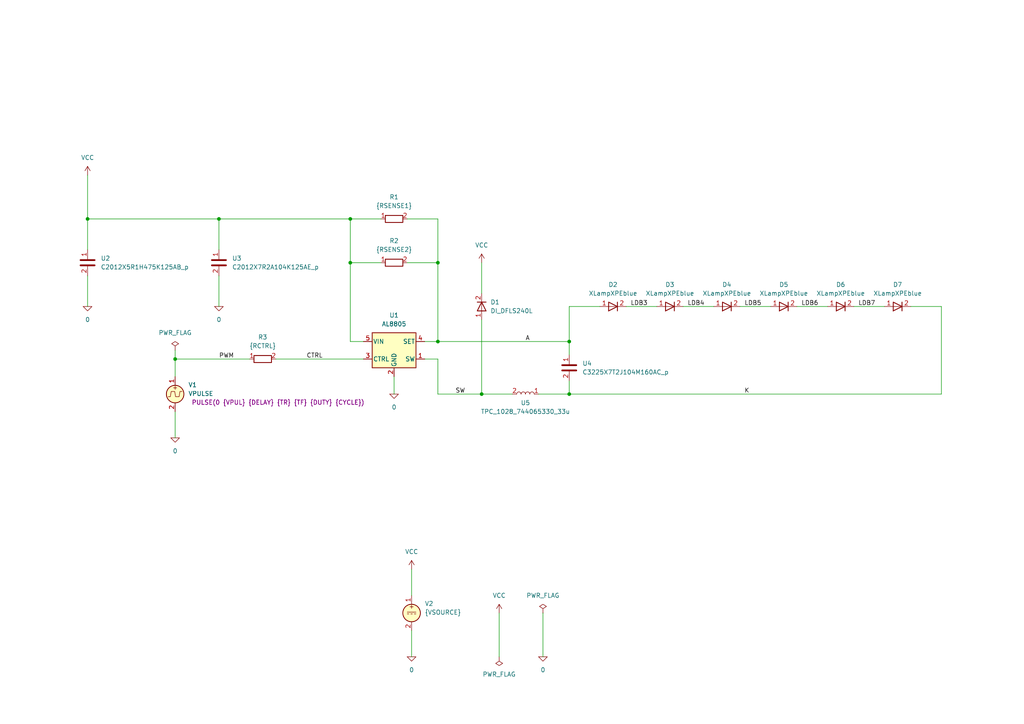
<source format=kicad_sch>
(kicad_sch
	(version 20231120)
	(generator "eeschema")
	(generator_version "8.0")
	(uuid "140f6967-bf1f-4114-ab39-f83ccdda8d1f")
	(paper "A4")
	(title_block
		(title "High efficiency 36V/1A buck led driver. XP-E blue.")
		(date "2024-07-11")
		(rev "1")
		(company "astroelectronic@")
		(comment 1 "-")
		(comment 2 "-")
		(comment 3 "-")
		(comment 4 "AE01003805")
	)
	(lib_symbols
		(symbol "AL8805:0"
			(power)
			(pin_names
				(offset 0)
			)
			(exclude_from_sim no)
			(in_bom yes)
			(on_board yes)
			(property "Reference" "#GND"
				(at 0 -2.54 0)
				(effects
					(font
						(size 1.27 1.27)
					)
					(hide yes)
				)
			)
			(property "Value" "0"
				(at 0 -1.778 0)
				(effects
					(font
						(size 1.27 1.27)
					)
				)
			)
			(property "Footprint" ""
				(at 0 0 0)
				(effects
					(font
						(size 1.27 1.27)
					)
					(hide yes)
				)
			)
			(property "Datasheet" "~"
				(at 0 0 0)
				(effects
					(font
						(size 1.27 1.27)
					)
					(hide yes)
				)
			)
			(property "Description" "0V reference potential for simulation"
				(at 0 0 0)
				(effects
					(font
						(size 1.27 1.27)
					)
					(hide yes)
				)
			)
			(property "ki_keywords" "simulation"
				(at 0 0 0)
				(effects
					(font
						(size 1.27 1.27)
					)
					(hide yes)
				)
			)
			(symbol "0_0_1"
				(polyline
					(pts
						(xy -1.27 0) (xy 0 -1.27) (xy 1.27 0) (xy -1.27 0)
					)
					(stroke
						(width 0)
						(type default)
					)
					(fill
						(type none)
					)
				)
			)
			(symbol "0_1_1"
				(pin power_in line
					(at 0 0 0)
					(length 0) hide
					(name "0"
						(effects
							(font
								(size 1.016 1.016)
							)
						)
					)
					(number "1"
						(effects
							(font
								(size 1.016 1.016)
							)
						)
					)
				)
			)
		)
		(symbol "AL8805:AL8805"
			(pin_names
				(offset 0.254)
			)
			(exclude_from_sim no)
			(in_bom yes)
			(on_board yes)
			(property "Reference" "U"
				(at -5.08 6.35 0)
				(effects
					(font
						(size 1.27 1.27)
					)
				)
			)
			(property "Value" "AL8805"
				(at 5.08 6.35 0)
				(effects
					(font
						(size 1.27 1.27)
					)
				)
			)
			(property "Footprint" "Package_TO_SOT_SMD:SOT-89-5"
				(at 1.27 -6.35 0)
				(effects
					(font
						(size 1.27 1.27)
						(italic yes)
					)
					(justify left)
					(hide yes)
				)
			)
			(property "Datasheet" "https://www.diodes.com/assets/Datasheets/products_inactive_data/AL8805.pdf"
				(at 0 -15.24 0)
				(effects
					(font
						(size 1.27 1.27)
					)
					(hide yes)
				)
			)
			(property "Description" "Constant current  LED driver, internal switch, up to 40V/1.2A, SOT-89-5"
				(at 0 0 0)
				(effects
					(font
						(size 1.27 1.27)
					)
					(hide yes)
				)
			)
			(property "ki_keywords" "Switching LED driver"
				(at 0 0 0)
				(effects
					(font
						(size 1.27 1.27)
					)
					(hide yes)
				)
			)
			(property "ki_fp_filters" "SOT?89*"
				(at 0 0 0)
				(effects
					(font
						(size 1.27 1.27)
					)
					(hide yes)
				)
			)
			(symbol "AL8805_0_1"
				(rectangle
					(start -6.35 5.08)
					(end 6.35 -5.08)
					(stroke
						(width 0.254)
						(type default)
					)
					(fill
						(type background)
					)
				)
			)
			(symbol "AL8805_1_1"
				(pin passive line
					(at 8.89 -2.54 180)
					(length 2.54)
					(name "SW"
						(effects
							(font
								(size 1.27 1.27)
							)
						)
					)
					(number "1"
						(effects
							(font
								(size 1.27 1.27)
							)
						)
					)
				)
				(pin power_in line
					(at 0 -7.62 90)
					(length 2.54)
					(name "GND"
						(effects
							(font
								(size 1.27 1.27)
							)
						)
					)
					(number "2"
						(effects
							(font
								(size 1.27 1.27)
							)
						)
					)
				)
				(pin passive line
					(at -8.89 -2.54 0)
					(length 2.54)
					(name "CTRL"
						(effects
							(font
								(size 1.27 1.27)
							)
						)
					)
					(number "3"
						(effects
							(font
								(size 1.27 1.27)
							)
						)
					)
				)
				(pin passive line
					(at 8.89 2.54 180)
					(length 2.54)
					(name "SET"
						(effects
							(font
								(size 1.27 1.27)
							)
						)
					)
					(number "4"
						(effects
							(font
								(size 1.27 1.27)
							)
						)
					)
				)
				(pin passive line
					(at -8.89 2.54 0)
					(length 2.54)
					(name "VIN"
						(effects
							(font
								(size 1.27 1.27)
							)
						)
					)
					(number "5"
						(effects
							(font
								(size 1.27 1.27)
							)
						)
					)
				)
			)
		)
		(symbol "AL8805:C"
			(pin_names
				(offset 0.254) hide)
			(exclude_from_sim no)
			(in_bom yes)
			(on_board yes)
			(property "Reference" "C"
				(at 0.635 2.54 0)
				(effects
					(font
						(size 1.27 1.27)
					)
					(justify left)
				)
			)
			(property "Value" "C"
				(at 0.635 -2.54 0)
				(effects
					(font
						(size 1.27 1.27)
					)
					(justify left)
				)
			)
			(property "Footprint" ""
				(at 0.9652 -3.81 0)
				(effects
					(font
						(size 1.27 1.27)
					)
					(hide yes)
				)
			)
			(property "Datasheet" "~"
				(at 0 0 0)
				(effects
					(font
						(size 1.27 1.27)
					)
					(hide yes)
				)
			)
			(property "Description" "Unpolarized capacitor"
				(at 0 0 0)
				(effects
					(font
						(size 1.27 1.27)
					)
					(hide yes)
				)
			)
			(property "ki_keywords" "cap capacitor"
				(at 0 0 0)
				(effects
					(font
						(size 1.27 1.27)
					)
					(hide yes)
				)
			)
			(property "ki_fp_filters" "C_*"
				(at 0 0 0)
				(effects
					(font
						(size 1.27 1.27)
					)
					(hide yes)
				)
			)
			(symbol "C_0_1"
				(polyline
					(pts
						(xy -2.032 -0.762) (xy 2.032 -0.762)
					)
					(stroke
						(width 0.508)
						(type default)
					)
					(fill
						(type none)
					)
				)
				(polyline
					(pts
						(xy -2.032 0.762) (xy 2.032 0.762)
					)
					(stroke
						(width 0.508)
						(type default)
					)
					(fill
						(type none)
					)
				)
			)
			(symbol "C_1_1"
				(pin passive line
					(at 0 3.81 270)
					(length 2.794)
					(name "~"
						(effects
							(font
								(size 1.27 1.27)
							)
						)
					)
					(number "1"
						(effects
							(font
								(size 1.27 1.27)
							)
						)
					)
				)
				(pin passive line
					(at 0 -3.81 90)
					(length 2.794)
					(name "~"
						(effects
							(font
								(size 1.27 1.27)
							)
						)
					)
					(number "2"
						(effects
							(font
								(size 1.27 1.27)
							)
						)
					)
				)
			)
		)
		(symbol "AL8805:DIODE"
			(pin_names
				(offset 1.016) hide)
			(exclude_from_sim no)
			(in_bom yes)
			(on_board yes)
			(property "Reference" "D"
				(at 0 2.54 0)
				(effects
					(font
						(size 1.27 1.27)
					)
				)
			)
			(property "Value" "${SIM.PARAMS}"
				(at 0 -2.54 0)
				(effects
					(font
						(size 1.27 1.27)
					)
				)
			)
			(property "Footprint" ""
				(at 0 0 0)
				(effects
					(font
						(size 1.27 1.27)
					)
					(hide yes)
				)
			)
			(property "Datasheet" "~"
				(at 0 0 0)
				(effects
					(font
						(size 1.27 1.27)
					)
					(hide yes)
				)
			)
			(property "Description" "Diode, anode on pin 1, for simulation only!"
				(at 0 0 0)
				(effects
					(font
						(size 1.27 1.27)
					)
					(hide yes)
				)
			)
			(property "Sim.Pins" "1=1 2=2"
				(at 0 0 0)
				(effects
					(font
						(size 1.27 1.27)
					)
					(hide yes)
				)
			)
			(property "Sim.Device" "SPICE"
				(at 0 0 0)
				(effects
					(font
						(size 1.27 1.27)
					)
					(justify left)
					(hide yes)
				)
			)
			(property "Sim.Params" "type=\"D\" model=\"DIODE\" lib=\"\""
				(at 0 0 0)
				(effects
					(font
						(size 1.27 1.27)
					)
					(hide yes)
				)
			)
			(property "Spice_Netlist_Enabled" "Y"
				(at 0 0 0)
				(effects
					(font
						(size 1.27 1.27)
					)
					(justify left)
					(hide yes)
				)
			)
			(property "ki_keywords" "simulation"
				(at 0 0 0)
				(effects
					(font
						(size 1.27 1.27)
					)
					(hide yes)
				)
			)
			(symbol "DIODE_0_1"
				(polyline
					(pts
						(xy 1.27 0) (xy -1.27 0)
					)
					(stroke
						(width 0)
						(type default)
					)
					(fill
						(type none)
					)
				)
				(polyline
					(pts
						(xy 1.27 1.27) (xy 1.27 -1.27)
					)
					(stroke
						(width 0.254)
						(type default)
					)
					(fill
						(type none)
					)
				)
				(polyline
					(pts
						(xy -1.27 -1.27) (xy -1.27 1.27) (xy 1.27 0) (xy -1.27 -1.27)
					)
					(stroke
						(width 0.254)
						(type default)
					)
					(fill
						(type none)
					)
				)
			)
			(symbol "DIODE_1_1"
				(pin passive line
					(at -3.81 0 0)
					(length 2.54)
					(name "A"
						(effects
							(font
								(size 1.27 1.27)
							)
						)
					)
					(number "1"
						(effects
							(font
								(size 1.27 1.27)
							)
						)
					)
				)
				(pin passive line
					(at 3.81 0 180)
					(length 2.54)
					(name "K"
						(effects
							(font
								(size 1.27 1.27)
							)
						)
					)
					(number "2"
						(effects
							(font
								(size 1.27 1.27)
							)
						)
					)
				)
			)
		)
		(symbol "AL8805:L"
			(pin_names
				(offset 1.016) hide)
			(exclude_from_sim no)
			(in_bom yes)
			(on_board yes)
			(property "Reference" "L"
				(at -1.27 0 90)
				(effects
					(font
						(size 1.27 1.27)
					)
				)
			)
			(property "Value" "L"
				(at 1.905 0 90)
				(effects
					(font
						(size 1.27 1.27)
					)
				)
			)
			(property "Footprint" ""
				(at 0 0 0)
				(effects
					(font
						(size 1.27 1.27)
					)
					(hide yes)
				)
			)
			(property "Datasheet" "~"
				(at 0 0 0)
				(effects
					(font
						(size 1.27 1.27)
					)
					(hide yes)
				)
			)
			(property "Description" "Inductor"
				(at 0 0 0)
				(effects
					(font
						(size 1.27 1.27)
					)
					(hide yes)
				)
			)
			(property "ki_keywords" "inductor choke coil reactor magnetic"
				(at 0 0 0)
				(effects
					(font
						(size 1.27 1.27)
					)
					(hide yes)
				)
			)
			(property "ki_fp_filters" "Choke_* *Coil* Inductor_* L_*"
				(at 0 0 0)
				(effects
					(font
						(size 1.27 1.27)
					)
					(hide yes)
				)
			)
			(symbol "L_0_1"
				(arc
					(start 0 -2.54)
					(mid 0.6323 -1.905)
					(end 0 -1.27)
					(stroke
						(width 0)
						(type default)
					)
					(fill
						(type none)
					)
				)
				(arc
					(start 0 -1.27)
					(mid 0.6323 -0.635)
					(end 0 0)
					(stroke
						(width 0)
						(type default)
					)
					(fill
						(type none)
					)
				)
				(arc
					(start 0 0)
					(mid 0.6323 0.635)
					(end 0 1.27)
					(stroke
						(width 0)
						(type default)
					)
					(fill
						(type none)
					)
				)
				(arc
					(start 0 1.27)
					(mid 0.6323 1.905)
					(end 0 2.54)
					(stroke
						(width 0)
						(type default)
					)
					(fill
						(type none)
					)
				)
			)
			(symbol "L_1_1"
				(pin passive line
					(at 0 3.81 270)
					(length 1.27)
					(name "1"
						(effects
							(font
								(size 1.27 1.27)
							)
						)
					)
					(number "1"
						(effects
							(font
								(size 1.27 1.27)
							)
						)
					)
				)
				(pin passive line
					(at 0 -3.81 90)
					(length 1.27)
					(name "2"
						(effects
							(font
								(size 1.27 1.27)
							)
						)
					)
					(number "2"
						(effects
							(font
								(size 1.27 1.27)
							)
						)
					)
				)
			)
		)
		(symbol "AL8805:PWR_FLAG"
			(power)
			(pin_numbers hide)
			(pin_names
				(offset 0) hide)
			(exclude_from_sim no)
			(in_bom yes)
			(on_board yes)
			(property "Reference" "#FLG"
				(at 0 1.905 0)
				(effects
					(font
						(size 1.27 1.27)
					)
					(hide yes)
				)
			)
			(property "Value" "PWR_FLAG"
				(at 0 3.81 0)
				(effects
					(font
						(size 1.27 1.27)
					)
				)
			)
			(property "Footprint" ""
				(at 0 0 0)
				(effects
					(font
						(size 1.27 1.27)
					)
					(hide yes)
				)
			)
			(property "Datasheet" "~"
				(at 0 0 0)
				(effects
					(font
						(size 1.27 1.27)
					)
					(hide yes)
				)
			)
			(property "Description" "Special symbol for telling ERC where power comes from"
				(at 0 0 0)
				(effects
					(font
						(size 1.27 1.27)
					)
					(hide yes)
				)
			)
			(property "ki_keywords" "flag power"
				(at 0 0 0)
				(effects
					(font
						(size 1.27 1.27)
					)
					(hide yes)
				)
			)
			(symbol "PWR_FLAG_0_0"
				(pin power_out line
					(at 0 0 90)
					(length 0)
					(name "pwr"
						(effects
							(font
								(size 1.27 1.27)
							)
						)
					)
					(number "1"
						(effects
							(font
								(size 1.27 1.27)
							)
						)
					)
				)
			)
			(symbol "PWR_FLAG_0_1"
				(polyline
					(pts
						(xy 0 0) (xy 0 1.27) (xy -1.016 1.905) (xy 0 2.54) (xy 1.016 1.905) (xy 0 1.27)
					)
					(stroke
						(width 0)
						(type default)
					)
					(fill
						(type none)
					)
				)
			)
		)
		(symbol "AL8805:R"
			(pin_names
				(offset 0) hide)
			(exclude_from_sim no)
			(in_bom yes)
			(on_board yes)
			(property "Reference" "R"
				(at 2.032 0 90)
				(effects
					(font
						(size 1.27 1.27)
					)
				)
			)
			(property "Value" "R"
				(at 0 0 90)
				(effects
					(font
						(size 1.27 1.27)
					)
				)
			)
			(property "Footprint" ""
				(at -1.778 0 90)
				(effects
					(font
						(size 1.27 1.27)
					)
					(hide yes)
				)
			)
			(property "Datasheet" "~"
				(at 0 0 0)
				(effects
					(font
						(size 1.27 1.27)
					)
					(hide yes)
				)
			)
			(property "Description" "Resistor"
				(at 0 0 0)
				(effects
					(font
						(size 1.27 1.27)
					)
					(hide yes)
				)
			)
			(property "ki_keywords" "R res resistor"
				(at 0 0 0)
				(effects
					(font
						(size 1.27 1.27)
					)
					(hide yes)
				)
			)
			(property "ki_fp_filters" "R_*"
				(at 0 0 0)
				(effects
					(font
						(size 1.27 1.27)
					)
					(hide yes)
				)
			)
			(symbol "R_0_1"
				(rectangle
					(start -1.016 -2.54)
					(end 1.016 2.54)
					(stroke
						(width 0.254)
						(type default)
					)
					(fill
						(type none)
					)
				)
			)
			(symbol "R_1_1"
				(pin passive line
					(at 0 3.81 270)
					(length 1.27)
					(name "~"
						(effects
							(font
								(size 1.27 1.27)
							)
						)
					)
					(number "1"
						(effects
							(font
								(size 1.27 1.27)
							)
						)
					)
				)
				(pin passive line
					(at 0 -3.81 90)
					(length 1.27)
					(name "~"
						(effects
							(font
								(size 1.27 1.27)
							)
						)
					)
					(number "2"
						(effects
							(font
								(size 1.27 1.27)
							)
						)
					)
				)
			)
		)
		(symbol "AL8805:VCC"
			(power)
			(pin_names
				(offset 0)
			)
			(exclude_from_sim no)
			(in_bom yes)
			(on_board yes)
			(property "Reference" "#PWR"
				(at 0 -3.81 0)
				(effects
					(font
						(size 1.27 1.27)
					)
					(hide yes)
				)
			)
			(property "Value" "VCC"
				(at 0 3.81 0)
				(effects
					(font
						(size 1.27 1.27)
					)
				)
			)
			(property "Footprint" ""
				(at 0 0 0)
				(effects
					(font
						(size 1.27 1.27)
					)
					(hide yes)
				)
			)
			(property "Datasheet" ""
				(at 0 0 0)
				(effects
					(font
						(size 1.27 1.27)
					)
					(hide yes)
				)
			)
			(property "Description" "Power symbol creates a global label with name \"VCC\""
				(at 0 0 0)
				(effects
					(font
						(size 1.27 1.27)
					)
					(hide yes)
				)
			)
			(property "ki_keywords" "global power"
				(at 0 0 0)
				(effects
					(font
						(size 1.27 1.27)
					)
					(hide yes)
				)
			)
			(symbol "VCC_0_1"
				(polyline
					(pts
						(xy -0.762 1.27) (xy 0 2.54)
					)
					(stroke
						(width 0)
						(type default)
					)
					(fill
						(type none)
					)
				)
				(polyline
					(pts
						(xy 0 0) (xy 0 2.54)
					)
					(stroke
						(width 0)
						(type default)
					)
					(fill
						(type none)
					)
				)
				(polyline
					(pts
						(xy 0 2.54) (xy 0.762 1.27)
					)
					(stroke
						(width 0)
						(type default)
					)
					(fill
						(type none)
					)
				)
			)
			(symbol "VCC_1_1"
				(pin power_in line
					(at 0 0 90)
					(length 0) hide
					(name "VCC"
						(effects
							(font
								(size 1.27 1.27)
							)
						)
					)
					(number "1"
						(effects
							(font
								(size 1.27 1.27)
							)
						)
					)
				)
			)
		)
		(symbol "AL8805:VDC"
			(pin_names
				(offset 0.0254)
			)
			(exclude_from_sim no)
			(in_bom yes)
			(on_board yes)
			(property "Reference" "V"
				(at 2.54 2.54 0)
				(effects
					(font
						(size 1.27 1.27)
					)
					(justify left)
				)
			)
			(property "Value" "1"
				(at 2.54 0 0)
				(effects
					(font
						(size 1.27 1.27)
					)
					(justify left)
				)
			)
			(property "Footprint" ""
				(at 0 0 0)
				(effects
					(font
						(size 1.27 1.27)
					)
					(hide yes)
				)
			)
			(property "Datasheet" "~"
				(at 0 0 0)
				(effects
					(font
						(size 1.27 1.27)
					)
					(hide yes)
				)
			)
			(property "Description" "Voltage source, DC"
				(at 0 0 0)
				(effects
					(font
						(size 1.27 1.27)
					)
					(hide yes)
				)
			)
			(property "Sim.Pins" "1=+ 2=-"
				(at 0 0 0)
				(effects
					(font
						(size 1.27 1.27)
					)
					(hide yes)
				)
			)
			(property "Sim.Type" "DC"
				(at 0 0 0)
				(effects
					(font
						(size 1.27 1.27)
					)
					(hide yes)
				)
			)
			(property "Sim.Device" "V"
				(at 0 0 0)
				(effects
					(font
						(size 1.27 1.27)
					)
					(justify left)
					(hide yes)
				)
			)
			(property "Spice_Netlist_Enabled" "Y"
				(at 0 0 0)
				(effects
					(font
						(size 1.27 1.27)
					)
					(justify left)
					(hide yes)
				)
			)
			(property "ki_keywords" "simulation"
				(at 0 0 0)
				(effects
					(font
						(size 1.27 1.27)
					)
					(hide yes)
				)
			)
			(symbol "VDC_0_0"
				(polyline
					(pts
						(xy -1.27 0.254) (xy 1.27 0.254)
					)
					(stroke
						(width 0)
						(type default)
					)
					(fill
						(type none)
					)
				)
				(polyline
					(pts
						(xy -0.762 -0.254) (xy -1.27 -0.254)
					)
					(stroke
						(width 0)
						(type default)
					)
					(fill
						(type none)
					)
				)
				(polyline
					(pts
						(xy 0.254 -0.254) (xy -0.254 -0.254)
					)
					(stroke
						(width 0)
						(type default)
					)
					(fill
						(type none)
					)
				)
				(polyline
					(pts
						(xy 1.27 -0.254) (xy 0.762 -0.254)
					)
					(stroke
						(width 0)
						(type default)
					)
					(fill
						(type none)
					)
				)
				(text "+"
					(at 0 1.905 0)
					(effects
						(font
							(size 1.27 1.27)
						)
					)
				)
			)
			(symbol "VDC_0_1"
				(circle
					(center 0 0)
					(radius 2.54)
					(stroke
						(width 0.254)
						(type default)
					)
					(fill
						(type background)
					)
				)
			)
			(symbol "VDC_1_1"
				(pin passive line
					(at 0 5.08 270)
					(length 2.54)
					(name "~"
						(effects
							(font
								(size 1.27 1.27)
							)
						)
					)
					(number "1"
						(effects
							(font
								(size 1.27 1.27)
							)
						)
					)
				)
				(pin passive line
					(at 0 -5.08 90)
					(length 2.54)
					(name "~"
						(effects
							(font
								(size 1.27 1.27)
							)
						)
					)
					(number "2"
						(effects
							(font
								(size 1.27 1.27)
							)
						)
					)
				)
			)
		)
		(symbol "AL8805:VPULSE"
			(pin_names
				(offset 0.0254) hide)
			(exclude_from_sim no)
			(in_bom yes)
			(on_board yes)
			(property "Reference" "V"
				(at 2.54 2.54 0)
				(effects
					(font
						(size 1.27 1.27)
					)
					(justify left)
				)
			)
			(property "Value" "VPULSE"
				(at 2.54 0 0)
				(effects
					(font
						(size 1.27 1.27)
					)
					(justify left)
				)
			)
			(property "Footprint" ""
				(at 0 0 0)
				(effects
					(font
						(size 1.27 1.27)
					)
					(hide yes)
				)
			)
			(property "Datasheet" "~"
				(at 0 0 0)
				(effects
					(font
						(size 1.27 1.27)
					)
					(hide yes)
				)
			)
			(property "Description" "Voltage source, pulse"
				(at 0 0 0)
				(effects
					(font
						(size 1.27 1.27)
					)
					(hide yes)
				)
			)
			(property "Sim.Pins" "1=+ 2=-"
				(at 0 0 0)
				(effects
					(font
						(size 1.27 1.27)
					)
					(hide yes)
				)
			)
			(property "Sim.Type" "PULSE"
				(at 0 0 0)
				(effects
					(font
						(size 1.27 1.27)
					)
					(hide yes)
				)
			)
			(property "Sim.Device" "V"
				(at 0 0 0)
				(effects
					(font
						(size 1.27 1.27)
					)
					(justify left)
					(hide yes)
				)
			)
			(property "Sim.Params" "y1=0 y2=1 td=2n tr=2n tf=2n tw=50n per=100n"
				(at 2.54 -2.54 0)
				(effects
					(font
						(size 1.27 1.27)
					)
					(justify left)
				)
			)
			(property "Spice_Netlist_Enabled" "Y"
				(at 0 0 0)
				(effects
					(font
						(size 1.27 1.27)
					)
					(justify left)
					(hide yes)
				)
			)
			(property "ki_keywords" "simulation"
				(at 0 0 0)
				(effects
					(font
						(size 1.27 1.27)
					)
					(hide yes)
				)
			)
			(symbol "VPULSE_0_0"
				(polyline
					(pts
						(xy -2.032 -0.762) (xy -1.397 -0.762) (xy -1.143 0.762) (xy -0.127 0.762) (xy 0.127 -0.762) (xy 1.143 -0.762)
						(xy 1.397 0.762) (xy 2.032 0.762)
					)
					(stroke
						(width 0)
						(type default)
					)
					(fill
						(type none)
					)
				)
				(text "+"
					(at 0 1.905 0)
					(effects
						(font
							(size 1.27 1.27)
						)
					)
				)
			)
			(symbol "VPULSE_0_1"
				(circle
					(center 0 0)
					(radius 2.54)
					(stroke
						(width 0.254)
						(type default)
					)
					(fill
						(type background)
					)
				)
			)
			(symbol "VPULSE_1_1"
				(pin passive line
					(at 0 5.08 270)
					(length 2.54)
					(name "~"
						(effects
							(font
								(size 1.27 1.27)
							)
						)
					)
					(number "1"
						(effects
							(font
								(size 1.27 1.27)
							)
						)
					)
				)
				(pin passive line
					(at 0 -5.08 90)
					(length 2.54)
					(name "~"
						(effects
							(font
								(size 1.27 1.27)
							)
						)
					)
					(number "2"
						(effects
							(font
								(size 1.27 1.27)
							)
						)
					)
				)
			)
		)
		(symbol "C_1"
			(pin_names
				(offset 0.254) hide)
			(exclude_from_sim no)
			(in_bom yes)
			(on_board yes)
			(property "Reference" "C"
				(at 0.635 2.54 0)
				(effects
					(font
						(size 1.27 1.27)
					)
					(justify left)
				)
			)
			(property "Value" "C_1"
				(at 0.635 -2.54 0)
				(effects
					(font
						(size 1.27 1.27)
					)
					(justify left)
				)
			)
			(property "Footprint" ""
				(at 0.9652 -3.81 0)
				(effects
					(font
						(size 1.27 1.27)
					)
					(hide yes)
				)
			)
			(property "Datasheet" "~"
				(at 0 0 0)
				(effects
					(font
						(size 1.27 1.27)
					)
					(hide yes)
				)
			)
			(property "Description" "Unpolarized capacitor"
				(at 0 0 0)
				(effects
					(font
						(size 1.27 1.27)
					)
					(hide yes)
				)
			)
			(property "ki_keywords" "cap capacitor"
				(at 0 0 0)
				(effects
					(font
						(size 1.27 1.27)
					)
					(hide yes)
				)
			)
			(property "ki_fp_filters" "C_*"
				(at 0 0 0)
				(effects
					(font
						(size 1.27 1.27)
					)
					(hide yes)
				)
			)
			(symbol "C_1_0_1"
				(polyline
					(pts
						(xy -2.032 -0.762) (xy 2.032 -0.762)
					)
					(stroke
						(width 0.508)
						(type default)
					)
					(fill
						(type none)
					)
				)
				(polyline
					(pts
						(xy -2.032 0.762) (xy 2.032 0.762)
					)
					(stroke
						(width 0.508)
						(type default)
					)
					(fill
						(type none)
					)
				)
			)
			(symbol "C_1_1_1"
				(pin passive line
					(at 0 3.81 270)
					(length 2.794)
					(name "~"
						(effects
							(font
								(size 1.27 1.27)
							)
						)
					)
					(number "1"
						(effects
							(font
								(size 1.27 1.27)
							)
						)
					)
				)
				(pin passive line
					(at 0 -3.81 90)
					(length 2.794)
					(name "~"
						(effects
							(font
								(size 1.27 1.27)
							)
						)
					)
					(number "2"
						(effects
							(font
								(size 1.27 1.27)
							)
						)
					)
				)
			)
		)
		(symbol "C_2"
			(pin_names
				(offset 0.254) hide)
			(exclude_from_sim no)
			(in_bom yes)
			(on_board yes)
			(property "Reference" "C"
				(at 0.635 2.54 0)
				(effects
					(font
						(size 1.27 1.27)
					)
					(justify left)
				)
			)
			(property "Value" "C_2"
				(at 0.635 -2.54 0)
				(effects
					(font
						(size 1.27 1.27)
					)
					(justify left)
				)
			)
			(property "Footprint" ""
				(at 0.9652 -3.81 0)
				(effects
					(font
						(size 1.27 1.27)
					)
					(hide yes)
				)
			)
			(property "Datasheet" "~"
				(at 0 0 0)
				(effects
					(font
						(size 1.27 1.27)
					)
					(hide yes)
				)
			)
			(property "Description" "Unpolarized capacitor"
				(at 0 0 0)
				(effects
					(font
						(size 1.27 1.27)
					)
					(hide yes)
				)
			)
			(property "ki_keywords" "cap capacitor"
				(at 0 0 0)
				(effects
					(font
						(size 1.27 1.27)
					)
					(hide yes)
				)
			)
			(property "ki_fp_filters" "C_*"
				(at 0 0 0)
				(effects
					(font
						(size 1.27 1.27)
					)
					(hide yes)
				)
			)
			(symbol "C_2_0_1"
				(polyline
					(pts
						(xy -2.032 -0.762) (xy 2.032 -0.762)
					)
					(stroke
						(width 0.508)
						(type default)
					)
					(fill
						(type none)
					)
				)
				(polyline
					(pts
						(xy -2.032 0.762) (xy 2.032 0.762)
					)
					(stroke
						(width 0.508)
						(type default)
					)
					(fill
						(type none)
					)
				)
			)
			(symbol "C_2_1_1"
				(pin passive line
					(at 0 3.81 270)
					(length 2.794)
					(name "~"
						(effects
							(font
								(size 1.27 1.27)
							)
						)
					)
					(number "1"
						(effects
							(font
								(size 1.27 1.27)
							)
						)
					)
				)
				(pin passive line
					(at 0 -3.81 90)
					(length 2.794)
					(name "~"
						(effects
							(font
								(size 1.27 1.27)
							)
						)
					)
					(number "2"
						(effects
							(font
								(size 1.27 1.27)
							)
						)
					)
				)
			)
		)
		(symbol "R_1"
			(pin_names
				(offset 0) hide)
			(exclude_from_sim no)
			(in_bom yes)
			(on_board yes)
			(property "Reference" "R"
				(at 2.032 0 90)
				(effects
					(font
						(size 1.27 1.27)
					)
				)
			)
			(property "Value" "R_1"
				(at 0 0 90)
				(effects
					(font
						(size 1.27 1.27)
					)
				)
			)
			(property "Footprint" ""
				(at -1.778 0 90)
				(effects
					(font
						(size 1.27 1.27)
					)
					(hide yes)
				)
			)
			(property "Datasheet" "~"
				(at 0 0 0)
				(effects
					(font
						(size 1.27 1.27)
					)
					(hide yes)
				)
			)
			(property "Description" "Resistor"
				(at 0 0 0)
				(effects
					(font
						(size 1.27 1.27)
					)
					(hide yes)
				)
			)
			(property "ki_keywords" "R res resistor"
				(at 0 0 0)
				(effects
					(font
						(size 1.27 1.27)
					)
					(hide yes)
				)
			)
			(property "ki_fp_filters" "R_*"
				(at 0 0 0)
				(effects
					(font
						(size 1.27 1.27)
					)
					(hide yes)
				)
			)
			(symbol "R_1_0_1"
				(rectangle
					(start -1.016 -2.54)
					(end 1.016 2.54)
					(stroke
						(width 0.254)
						(type default)
					)
					(fill
						(type none)
					)
				)
			)
			(symbol "R_1_1_1"
				(pin passive line
					(at 0 3.81 270)
					(length 1.27)
					(name "~"
						(effects
							(font
								(size 1.27 1.27)
							)
						)
					)
					(number "1"
						(effects
							(font
								(size 1.27 1.27)
							)
						)
					)
				)
				(pin passive line
					(at 0 -3.81 90)
					(length 1.27)
					(name "~"
						(effects
							(font
								(size 1.27 1.27)
							)
						)
					)
					(number "2"
						(effects
							(font
								(size 1.27 1.27)
							)
						)
					)
				)
			)
		)
		(symbol "R_2"
			(pin_names
				(offset 0) hide)
			(exclude_from_sim no)
			(in_bom yes)
			(on_board yes)
			(property "Reference" "R"
				(at 2.032 0 90)
				(effects
					(font
						(size 1.27 1.27)
					)
				)
			)
			(property "Value" "R_2"
				(at 0 0 90)
				(effects
					(font
						(size 1.27 1.27)
					)
				)
			)
			(property "Footprint" ""
				(at -1.778 0 90)
				(effects
					(font
						(size 1.27 1.27)
					)
					(hide yes)
				)
			)
			(property "Datasheet" "~"
				(at 0 0 0)
				(effects
					(font
						(size 1.27 1.27)
					)
					(hide yes)
				)
			)
			(property "Description" "Resistor"
				(at 0 0 0)
				(effects
					(font
						(size 1.27 1.27)
					)
					(hide yes)
				)
			)
			(property "ki_keywords" "R res resistor"
				(at 0 0 0)
				(effects
					(font
						(size 1.27 1.27)
					)
					(hide yes)
				)
			)
			(property "ki_fp_filters" "R_*"
				(at 0 0 0)
				(effects
					(font
						(size 1.27 1.27)
					)
					(hide yes)
				)
			)
			(symbol "R_2_0_1"
				(rectangle
					(start -1.016 -2.54)
					(end 1.016 2.54)
					(stroke
						(width 0.254)
						(type default)
					)
					(fill
						(type none)
					)
				)
			)
			(symbol "R_2_1_1"
				(pin passive line
					(at 0 3.81 270)
					(length 1.27)
					(name "~"
						(effects
							(font
								(size 1.27 1.27)
							)
						)
					)
					(number "1"
						(effects
							(font
								(size 1.27 1.27)
							)
						)
					)
				)
				(pin passive line
					(at 0 -3.81 90)
					(length 1.27)
					(name "~"
						(effects
							(font
								(size 1.27 1.27)
							)
						)
					)
					(number "2"
						(effects
							(font
								(size 1.27 1.27)
							)
						)
					)
				)
			)
		)
	)
	(junction
		(at 63.5 63.5)
		(diameter 0)
		(color 0 0 0 0)
		(uuid "021ad581-bfe1-4f2c-a043-dc783413eddc")
	)
	(junction
		(at 25.4 63.5)
		(diameter 0)
		(color 0 0 0 0)
		(uuid "168e370b-8e8f-4d77-9f78-7c59b4b1d7d1")
	)
	(junction
		(at 139.7 114.3)
		(diameter 0)
		(color 0 0 0 0)
		(uuid "97a9322c-c719-4fa2-b087-e0296589810d")
	)
	(junction
		(at 127 99.06)
		(diameter 0)
		(color 0 0 0 0)
		(uuid "a1278c37-8b41-43aa-8d78-9d5445827647")
	)
	(junction
		(at 165.1 114.3)
		(diameter 0)
		(color 0 0 0 0)
		(uuid "a2c8bb26-9b3c-46b8-8114-d8dfa0ed7cd2")
	)
	(junction
		(at 50.8 104.14)
		(diameter 0)
		(color 0 0 0 0)
		(uuid "a61fea71-4793-44c3-9e50-bcd603af9b06")
	)
	(junction
		(at 127 76.2)
		(diameter 0)
		(color 0 0 0 0)
		(uuid "b8c69e57-ef3d-489f-baf7-6becb50618c2")
	)
	(junction
		(at 165.1 99.06)
		(diameter 0)
		(color 0 0 0 0)
		(uuid "c557911c-5ee5-435e-b04a-508b321478dd")
	)
	(junction
		(at 101.6 63.5)
		(diameter 0)
		(color 0 0 0 0)
		(uuid "d1f0b821-1aac-422e-b137-a38526192b5c")
	)
	(junction
		(at 101.6 76.2)
		(diameter 0)
		(color 0 0 0 0)
		(uuid "e5a9238f-d204-4063-b2c2-b19b96e79781")
	)
	(wire
		(pts
			(xy 127 76.2) (xy 118.11 76.2)
		)
		(stroke
			(width 0)
			(type default)
		)
		(uuid "01c7e703-32dd-490c-ab27-ef28c4a8f987")
	)
	(wire
		(pts
			(xy 165.1 99.06) (xy 165.1 88.9)
		)
		(stroke
			(width 0)
			(type default)
		)
		(uuid "07e9ed99-5315-4f11-88f8-3b0e77b62a09")
	)
	(wire
		(pts
			(xy 273.05 88.9) (xy 273.05 114.3)
		)
		(stroke
			(width 0)
			(type default)
		)
		(uuid "0a58816b-15f8-4c9e-9fee-468e874eee26")
	)
	(wire
		(pts
			(xy 156.21 114.3) (xy 165.1 114.3)
		)
		(stroke
			(width 0)
			(type default)
		)
		(uuid "0aa8e3b0-d0fa-4450-95b4-568e3f7b024d")
	)
	(wire
		(pts
			(xy 157.48 177.8) (xy 157.48 190.5)
		)
		(stroke
			(width 0)
			(type default)
		)
		(uuid "0f720556-4d91-446a-8c28-ddebdeaba64a")
	)
	(wire
		(pts
			(xy 127 63.5) (xy 127 76.2)
		)
		(stroke
			(width 0)
			(type default)
		)
		(uuid "11b85482-d407-46d2-a0f4-c6c60a2ae39d")
	)
	(wire
		(pts
			(xy 25.4 63.5) (xy 25.4 72.39)
		)
		(stroke
			(width 0)
			(type default)
		)
		(uuid "2018f8e2-47e6-40ef-804a-941edea97886")
	)
	(wire
		(pts
			(xy 114.3 109.22) (xy 114.3 114.3)
		)
		(stroke
			(width 0)
			(type default)
		)
		(uuid "20e3603a-e89c-48aa-9f6e-77620c03d598")
	)
	(wire
		(pts
			(xy 25.4 50.8) (xy 25.4 63.5)
		)
		(stroke
			(width 0)
			(type default)
		)
		(uuid "2dfe437d-9ab4-4326-a69c-036821b7fc85")
	)
	(wire
		(pts
			(xy 63.5 63.5) (xy 101.6 63.5)
		)
		(stroke
			(width 0)
			(type default)
		)
		(uuid "2f417abd-ca4e-4ba2-b68d-cc53bfb478e9")
	)
	(wire
		(pts
			(xy 127 99.06) (xy 127 76.2)
		)
		(stroke
			(width 0)
			(type default)
		)
		(uuid "3431784f-484c-4f01-b32e-545b7b2e3c51")
	)
	(wire
		(pts
			(xy 101.6 99.06) (xy 101.6 76.2)
		)
		(stroke
			(width 0)
			(type default)
		)
		(uuid "429d9ea5-3da2-4c1b-8e1a-25dc7344d03b")
	)
	(wire
		(pts
			(xy 25.4 80.01) (xy 25.4 88.9)
		)
		(stroke
			(width 0)
			(type default)
		)
		(uuid "4a3fd225-4a2f-4a6d-b982-33280ab9804a")
	)
	(wire
		(pts
			(xy 165.1 99.06) (xy 165.1 102.87)
		)
		(stroke
			(width 0)
			(type default)
		)
		(uuid "4db8a0b0-3529-48d5-85c8-d1f3b4d660e1")
	)
	(wire
		(pts
			(xy 181.61 88.9) (xy 190.5 88.9)
		)
		(stroke
			(width 0)
			(type default)
		)
		(uuid "566dabce-d024-4f0f-8905-7e2b2afc2136")
	)
	(wire
		(pts
			(xy 139.7 92.71) (xy 139.7 114.3)
		)
		(stroke
			(width 0)
			(type default)
		)
		(uuid "58efe5d2-0977-477f-85dc-a2b9e758ee43")
	)
	(wire
		(pts
			(xy 247.65 88.9) (xy 256.54 88.9)
		)
		(stroke
			(width 0)
			(type default)
		)
		(uuid "59ad06bc-aafc-4d85-81ef-484074afa205")
	)
	(wire
		(pts
			(xy 198.12 88.9) (xy 207.01 88.9)
		)
		(stroke
			(width 0)
			(type default)
		)
		(uuid "5ce2ecab-f88d-412e-bc7f-92d69f522b95")
	)
	(wire
		(pts
			(xy 165.1 88.9) (xy 173.99 88.9)
		)
		(stroke
			(width 0)
			(type default)
		)
		(uuid "650f20fc-eab0-4be3-9f5d-fd1322775259")
	)
	(wire
		(pts
			(xy 165.1 110.49) (xy 165.1 114.3)
		)
		(stroke
			(width 0)
			(type default)
		)
		(uuid "6a432b4a-0a63-4dac-a6e5-9e35a3606e04")
	)
	(wire
		(pts
			(xy 214.63 88.9) (xy 223.52 88.9)
		)
		(stroke
			(width 0)
			(type default)
		)
		(uuid "7f1a2c45-d0db-4db3-9119-381f91f73046")
	)
	(wire
		(pts
			(xy 139.7 114.3) (xy 127 114.3)
		)
		(stroke
			(width 0)
			(type default)
		)
		(uuid "84692b50-df54-44db-961e-86b6db8c68ab")
	)
	(wire
		(pts
			(xy 50.8 119.38) (xy 50.8 127)
		)
		(stroke
			(width 0)
			(type default)
		)
		(uuid "8c8fc981-26f1-4f1d-8e2e-b00228f9e98e")
	)
	(wire
		(pts
			(xy 127 104.14) (xy 123.19 104.14)
		)
		(stroke
			(width 0)
			(type default)
		)
		(uuid "9055bbb4-7f1d-4906-8399-b9aaa7b16843")
	)
	(wire
		(pts
			(xy 63.5 63.5) (xy 63.5 72.39)
		)
		(stroke
			(width 0)
			(type default)
		)
		(uuid "9381057f-4fa5-4c63-bc33-8004d543fd66")
	)
	(wire
		(pts
			(xy 63.5 80.01) (xy 63.5 88.9)
		)
		(stroke
			(width 0)
			(type default)
		)
		(uuid "98782699-00a9-4a56-bad3-3d0bb34b2ab9")
	)
	(wire
		(pts
			(xy 144.78 177.8) (xy 144.78 190.5)
		)
		(stroke
			(width 0)
			(type default)
		)
		(uuid "98f199e7-4847-4ad3-a02d-664b932fbcaf")
	)
	(wire
		(pts
			(xy 101.6 76.2) (xy 101.6 63.5)
		)
		(stroke
			(width 0)
			(type default)
		)
		(uuid "9a02c457-c4de-47c2-9914-acf7cc8db995")
	)
	(wire
		(pts
			(xy 264.16 88.9) (xy 273.05 88.9)
		)
		(stroke
			(width 0)
			(type default)
		)
		(uuid "a09c138d-5a19-4f50-b909-6fc9b05fddbb")
	)
	(wire
		(pts
			(xy 80.01 104.14) (xy 105.41 104.14)
		)
		(stroke
			(width 0)
			(type default)
		)
		(uuid "a715a9bb-12c4-4c87-b92c-6d2e71049932")
	)
	(wire
		(pts
			(xy 127 99.06) (xy 165.1 99.06)
		)
		(stroke
			(width 0)
			(type default)
		)
		(uuid "b05dcea4-e955-4e79-ab94-acc34da4655e")
	)
	(wire
		(pts
			(xy 25.4 63.5) (xy 63.5 63.5)
		)
		(stroke
			(width 0)
			(type default)
		)
		(uuid "b836bfbf-e229-4302-8975-7148666660cf")
	)
	(wire
		(pts
			(xy 165.1 114.3) (xy 273.05 114.3)
		)
		(stroke
			(width 0)
			(type default)
		)
		(uuid "b865479a-a893-48e9-b72a-b9f7b6fdac94")
	)
	(wire
		(pts
			(xy 119.38 165.1) (xy 119.38 172.72)
		)
		(stroke
			(width 0)
			(type default)
		)
		(uuid "c12ab2d4-fb4d-4698-96b2-844f7f724fdc")
	)
	(wire
		(pts
			(xy 50.8 101.6) (xy 50.8 104.14)
		)
		(stroke
			(width 0)
			(type default)
		)
		(uuid "c463476e-3700-42c0-a9c6-e0e51d046484")
	)
	(wire
		(pts
			(xy 119.38 182.88) (xy 119.38 190.5)
		)
		(stroke
			(width 0)
			(type default)
		)
		(uuid "cddb09ad-8454-4df7-a7c0-3fac569efff4")
	)
	(wire
		(pts
			(xy 127 114.3) (xy 127 104.14)
		)
		(stroke
			(width 0)
			(type default)
		)
		(uuid "cf761663-9b18-4a39-a02a-b4fd1a6f66dd")
	)
	(wire
		(pts
			(xy 123.19 99.06) (xy 127 99.06)
		)
		(stroke
			(width 0)
			(type default)
		)
		(uuid "cf8c3d9b-3791-4147-8b99-dd7df4fcceb4")
	)
	(wire
		(pts
			(xy 50.8 104.14) (xy 50.8 109.22)
		)
		(stroke
			(width 0)
			(type default)
		)
		(uuid "d144cba8-856d-48c3-befd-2048f5da42a3")
	)
	(wire
		(pts
			(xy 105.41 99.06) (xy 101.6 99.06)
		)
		(stroke
			(width 0)
			(type default)
		)
		(uuid "d310fbb3-5e94-4b84-8b7a-434754fe3e03")
	)
	(wire
		(pts
			(xy 139.7 76.2) (xy 139.7 85.09)
		)
		(stroke
			(width 0)
			(type default)
		)
		(uuid "db72849d-a21e-4579-b31d-6f3973a624cf")
	)
	(wire
		(pts
			(xy 118.11 63.5) (xy 127 63.5)
		)
		(stroke
			(width 0)
			(type default)
		)
		(uuid "dfe63220-f817-496c-ba42-6406e8a976d4")
	)
	(wire
		(pts
			(xy 101.6 76.2) (xy 110.49 76.2)
		)
		(stroke
			(width 0)
			(type default)
		)
		(uuid "e3abc711-54c8-49bf-8e03-2641cc29e517")
	)
	(wire
		(pts
			(xy 231.14 88.9) (xy 240.03 88.9)
		)
		(stroke
			(width 0)
			(type default)
		)
		(uuid "eae7b86e-41a4-4cb6-a1ec-1bb81272ddfc")
	)
	(wire
		(pts
			(xy 101.6 63.5) (xy 110.49 63.5)
		)
		(stroke
			(width 0)
			(type default)
		)
		(uuid "ed5d763c-ca94-4903-904c-2872607513a1")
	)
	(wire
		(pts
			(xy 148.59 114.3) (xy 139.7 114.3)
		)
		(stroke
			(width 0)
			(type default)
		)
		(uuid "f42cc41d-4577-47ff-a9c0-3d2dd16ea611")
	)
	(wire
		(pts
			(xy 50.8 104.14) (xy 72.39 104.14)
		)
		(stroke
			(width 0)
			(type default)
		)
		(uuid "f8e1bae4-574a-4e0f-8cb9-ac6fed2d0785")
	)
	(label "LDB6"
		(at 232.41 88.9 0)
		(fields_autoplaced yes)
		(effects
			(font
				(size 1.27 1.27)
			)
			(justify left bottom)
		)
		(uuid "05997a88-8bc2-44b1-9925-267f3368d2e7")
	)
	(label "LDB5"
		(at 215.9 88.9 0)
		(fields_autoplaced yes)
		(effects
			(font
				(size 1.27 1.27)
			)
			(justify left bottom)
		)
		(uuid "0b0ff971-8471-44ea-8add-3428a10c095c")
	)
	(label "A"
		(at 152.4 99.06 0)
		(fields_autoplaced yes)
		(effects
			(font
				(size 1.27 1.27)
			)
			(justify left bottom)
		)
		(uuid "33a8350a-50ef-401c-b514-9546b11682a2")
	)
	(label "CTRL"
		(at 88.9 104.14 0)
		(fields_autoplaced yes)
		(effects
			(font
				(size 1.27 1.27)
			)
			(justify left bottom)
		)
		(uuid "61fdd1aa-c46f-4792-9337-ec6468c796d2")
	)
	(label "LDB7"
		(at 248.92 88.9 0)
		(fields_autoplaced yes)
		(effects
			(font
				(size 1.27 1.27)
			)
			(justify left bottom)
		)
		(uuid "ac6191ac-cbee-407a-bc75-300e5d7b2360")
	)
	(label "SW"
		(at 132.08 114.3 0)
		(fields_autoplaced yes)
		(effects
			(font
				(size 1.27 1.27)
			)
			(justify left bottom)
		)
		(uuid "c14d4edd-d852-471c-a41f-9a1fdad9bde7")
	)
	(label "PWM"
		(at 63.5 104.14 0)
		(fields_autoplaced yes)
		(effects
			(font
				(size 1.27 1.27)
			)
			(justify left bottom)
		)
		(uuid "c17961a0-101f-4516-97b9-917fc5fdefe0")
	)
	(label "LDB3"
		(at 182.88 88.9 0)
		(fields_autoplaced yes)
		(effects
			(font
				(size 1.27 1.27)
			)
			(justify left bottom)
		)
		(uuid "da598309-b685-4bc6-8d8c-89778b17554a")
	)
	(label "K"
		(at 215.9 114.3 0)
		(fields_autoplaced yes)
		(effects
			(font
				(size 1.27 1.27)
			)
			(justify left bottom)
		)
		(uuid "de7f6e92-dc18-42e8-a048-ca4e68bd2b26")
	)
	(label "LDB4"
		(at 199.39 88.9 0)
		(fields_autoplaced yes)
		(effects
			(font
				(size 1.27 1.27)
			)
			(justify left bottom)
		)
		(uuid "e2918ab3-6ad8-4bfd-a789-d7b9b6fb1d63")
	)
	(symbol
		(lib_id "AL8805:PWR_FLAG")
		(at 157.48 177.8 0)
		(unit 1)
		(exclude_from_sim no)
		(in_bom yes)
		(on_board yes)
		(dnp no)
		(fields_autoplaced yes)
		(uuid "06fb4c7b-7ab1-4358-8085-3d10a23ea1ef")
		(property "Reference" "#FLG0102"
			(at 157.48 175.895 0)
			(effects
				(font
					(size 1.27 1.27)
				)
				(hide yes)
			)
		)
		(property "Value" "PWR_FLAG"
			(at 157.48 172.72 0)
			(effects
				(font
					(size 1.27 1.27)
				)
			)
		)
		(property "Footprint" ""
			(at 157.48 177.8 0)
			(effects
				(font
					(size 1.27 1.27)
				)
				(hide yes)
			)
		)
		(property "Datasheet" "~"
			(at 157.48 177.8 0)
			(effects
				(font
					(size 1.27 1.27)
				)
				(hide yes)
			)
		)
		(property "Description" ""
			(at 157.48 177.8 0)
			(effects
				(font
					(size 1.27 1.27)
				)
				(hide yes)
			)
		)
		(pin "1"
			(uuid "127715b0-0324-491f-8437-5fa7c5842b99")
		)
		(instances
			(project ""
				(path "/140f6967-bf1f-4114-ab39-f83ccdda8d1f"
					(reference "#FLG0102")
					(unit 1)
				)
			)
			(project ""
				(path "/244ae0ac-075e-469d-8f46-9a874be805c1"
					(reference "#FLG0102")
					(unit 1)
				)
			)
		)
	)
	(symbol
		(lib_id "AL8805:AL8805")
		(at 114.3 101.6 0)
		(unit 1)
		(exclude_from_sim no)
		(in_bom yes)
		(on_board yes)
		(dnp no)
		(fields_autoplaced yes)
		(uuid "0f53fe1b-4b5c-462b-93a6-317316791394")
		(property "Reference" "U1"
			(at 114.3 91.44 0)
			(effects
				(font
					(size 1.27 1.27)
				)
			)
		)
		(property "Value" "AL8805"
			(at 114.3 93.98 0)
			(effects
				(font
					(size 1.27 1.27)
				)
			)
		)
		(property "Footprint" "Package_TO_SOT_SMD:SOT-89-5"
			(at 115.57 107.95 0)
			(effects
				(font
					(size 1.27 1.27)
					(italic yes)
				)
				(justify left)
				(hide yes)
			)
		)
		(property "Datasheet" "https://www.diodes.com/assets/Datasheets/products_inactive_data/AL8805.pdf"
			(at 114.3 116.84 0)
			(effects
				(font
					(size 1.27 1.27)
				)
				(hide yes)
			)
		)
		(property "Description" ""
			(at 114.3 101.6 0)
			(effects
				(font
					(size 1.27 1.27)
				)
				(hide yes)
			)
		)
		(property "Sim.Device" "SUBCKT"
			(at 114.3 101.6 0)
			(effects
				(font
					(size 1.27 1.27)
				)
				(hide yes)
			)
		)
		(property "Sim.Pins" "1=1 2=2 3=3 4=4 5=5"
			(at -12.7 0 0)
			(effects
				(font
					(size 1.27 1.27)
				)
				(hide yes)
			)
		)
		(property "Sim.Library" "C:\\AE\\AL8805\\_models\\AL8805.spice.txt"
			(at 114.3 101.6 0)
			(effects
				(font
					(size 1.27 1.27)
				)
				(hide yes)
			)
		)
		(property "Sim.Name" "AL8805"
			(at 114.3 101.6 0)
			(effects
				(font
					(size 1.27 1.27)
				)
				(hide yes)
			)
		)
		(pin "1"
			(uuid "28fbfded-c83e-4eb8-9d1a-3a58ba399f14")
		)
		(pin "2"
			(uuid "ea6360cf-3b64-4cc5-a768-073f4a251382")
		)
		(pin "3"
			(uuid "fabfe2b2-1007-47dc-86a7-e1a6ef190dce")
		)
		(pin "4"
			(uuid "fff11711-f832-408c-9565-4a8a9b6c4512")
		)
		(pin "5"
			(uuid "deba6c50-d0c9-4dda-97cb-b74a5666486a")
		)
		(instances
			(project ""
				(path "/244ae0ac-075e-469d-8f46-9a874be805c1"
					(reference "U1")
					(unit 1)
				)
			)
		)
	)
	(symbol
		(lib_id "AL8805:C")
		(at 165.1 106.68 0)
		(unit 1)
		(exclude_from_sim no)
		(in_bom yes)
		(on_board yes)
		(dnp no)
		(fields_autoplaced yes)
		(uuid "32e9a412-b5b3-42fa-b6d0-46d408af01e7")
		(property "Reference" "U4"
			(at 168.91 105.4099 0)
			(effects
				(font
					(size 1.27 1.27)
				)
				(justify left)
			)
		)
		(property "Value" "C3225X7T2J104M160AC_p"
			(at 168.91 107.9499 0)
			(effects
				(font
					(size 1.27 1.27)
				)
				(justify left)
			)
		)
		(property "Footprint" ""
			(at 166.0652 110.49 0)
			(effects
				(font
					(size 1.27 1.27)
				)
				(hide yes)
			)
		)
		(property "Datasheet" "~"
			(at 165.1 106.68 0)
			(effects
				(font
					(size 1.27 1.27)
				)
				(hide yes)
			)
		)
		(property "Description" ""
			(at 165.1 106.68 0)
			(effects
				(font
					(size 1.27 1.27)
				)
				(hide yes)
			)
		)
		(property "Sim.Device" "SUBCKT"
			(at 165.1 106.68 0)
			(effects
				(font
					(size 1.27 1.27)
				)
				(hide yes)
			)
		)
		(property "Sim.Pins" "1=n1 2=n2"
			(at -12.7 0 0)
			(effects
				(font
					(size 1.27 1.27)
				)
				(hide yes)
			)
		)
		(property "Sim.Library" "C:\\AE\\AL8805\\_models\\C3225X7T2J104M160AC_p.mod"
			(at 165.1 106.68 0)
			(effects
				(font
					(size 1.27 1.27)
				)
				(hide yes)
			)
		)
		(property "Sim.Name" "C3225X7T2J104M160AC_p"
			(at 165.1 106.68 0)
			(effects
				(font
					(size 1.27 1.27)
				)
				(hide yes)
			)
		)
		(pin "1"
			(uuid "f3156327-bf18-4357-9087-d7491a1db581")
		)
		(pin "2"
			(uuid "fef02ac8-25c7-4177-9a92-3e4a87912d32")
		)
		(instances
			(project ""
				(path "/244ae0ac-075e-469d-8f46-9a874be805c1"
					(reference "U4")
					(unit 1)
				)
			)
		)
	)
	(symbol
		(lib_id "AL8805:PWR_FLAG")
		(at 144.78 190.5 180)
		(unit 1)
		(exclude_from_sim no)
		(in_bom yes)
		(on_board yes)
		(dnp no)
		(fields_autoplaced yes)
		(uuid "3ab8d3da-b078-472a-a1ab-7029e77e7c10")
		(property "Reference" "#FLG0103"
			(at 144.78 192.405 0)
			(effects
				(font
					(size 1.27 1.27)
				)
				(hide yes)
			)
		)
		(property "Value" "PWR_FLAG"
			(at 144.78 195.58 0)
			(effects
				(font
					(size 1.27 1.27)
				)
			)
		)
		(property "Footprint" ""
			(at 144.78 190.5 0)
			(effects
				(font
					(size 1.27 1.27)
				)
				(hide yes)
			)
		)
		(property "Datasheet" "~"
			(at 144.78 190.5 0)
			(effects
				(font
					(size 1.27 1.27)
				)
				(hide yes)
			)
		)
		(property "Description" ""
			(at 144.78 190.5 0)
			(effects
				(font
					(size 1.27 1.27)
				)
				(hide yes)
			)
		)
		(pin "1"
			(uuid "8f2095f1-21a1-42fa-9ee7-5029d3ad03cf")
		)
		(instances
			(project ""
				(path "/140f6967-bf1f-4114-ab39-f83ccdda8d1f"
					(reference "#FLG0103")
					(unit 1)
				)
			)
			(project ""
				(path "/244ae0ac-075e-469d-8f46-9a874be805c1"
					(reference "#FLG0103")
					(unit 1)
				)
			)
		)
	)
	(symbol
		(lib_name "C_2")
		(lib_id "AL8805:C_2")
		(at 63.5 76.2 0)
		(unit 1)
		(exclude_from_sim no)
		(in_bom yes)
		(on_board yes)
		(dnp no)
		(fields_autoplaced yes)
		(uuid "3fc23945-ca3f-423b-9778-465f78aa2f71")
		(property "Reference" "U3"
			(at 67.31 74.9299 0)
			(effects
				(font
					(size 1.27 1.27)
				)
				(justify left)
			)
		)
		(property "Value" "C2012X7R2A104K125AE_p"
			(at 67.31 77.4699 0)
			(effects
				(font
					(size 1.27 1.27)
				)
				(justify left)
			)
		)
		(property "Footprint" ""
			(at 64.4652 80.01 0)
			(effects
				(font
					(size 1.27 1.27)
				)
				(hide yes)
			)
		)
		(property "Datasheet" "~"
			(at 63.5 76.2 0)
			(effects
				(font
					(size 1.27 1.27)
				)
				(hide yes)
			)
		)
		(property "Description" ""
			(at 63.5 76.2 0)
			(effects
				(font
					(size 1.27 1.27)
				)
				(hide yes)
			)
		)
		(property "Sim.Device" "SUBCKT"
			(at 63.5 76.2 0)
			(effects
				(font
					(size 1.27 1.27)
				)
				(hide yes)
			)
		)
		(property "Sim.Pins" "1=n1 2=n2"
			(at -12.7 0 0)
			(effects
				(font
					(size 1.27 1.27)
				)
				(hide yes)
			)
		)
		(property "Sim.Library" "C:\\AE\\AL8805\\_models\\C2012X7R2A104K125AE_p.mod"
			(at 63.5 76.2 0)
			(effects
				(font
					(size 1.27 1.27)
				)
				(hide yes)
			)
		)
		(property "Sim.Name" "C2012X7R2A104K125AE_p"
			(at 63.5 76.2 0)
			(effects
				(font
					(size 1.27 1.27)
				)
				(hide yes)
			)
		)
		(pin "1"
			(uuid "b802797a-051d-4948-9482-d90c9f735b8f")
		)
		(pin "2"
			(uuid "236c6ccd-ab24-469e-8788-0d5d488e20ab")
		)
		(instances
			(project ""
				(path "/244ae0ac-075e-469d-8f46-9a874be805c1"
					(reference "U3")
					(unit 1)
				)
			)
		)
	)
	(symbol
		(lib_name "R_2")
		(lib_id "AL8805:R_2")
		(at 114.3 63.5 90)
		(unit 1)
		(exclude_from_sim no)
		(in_bom yes)
		(on_board yes)
		(dnp no)
		(fields_autoplaced yes)
		(uuid "546edc5f-f8f0-4939-8444-7369b84112dc")
		(property "Reference" "R1"
			(at 114.3 57.15 90)
			(effects
				(font
					(size 1.27 1.27)
				)
			)
		)
		(property "Value" "{RSENSE1}"
			(at 114.3 59.69 90)
			(effects
				(font
					(size 1.27 1.27)
				)
			)
		)
		(property "Footprint" ""
			(at 114.3 65.278 90)
			(effects
				(font
					(size 1.27 1.27)
				)
				(hide yes)
			)
		)
		(property "Datasheet" "~"
			(at 114.3 63.5 0)
			(effects
				(font
					(size 1.27 1.27)
				)
				(hide yes)
			)
		)
		(property "Description" ""
			(at 114.3 63.5 0)
			(effects
				(font
					(size 1.27 1.27)
				)
				(hide yes)
			)
		)
		(pin "1"
			(uuid "f750f51b-f688-45a8-9375-d8d76fb6c39d")
		)
		(pin "2"
			(uuid "610594b3-48ac-4066-a7b7-d7ea39e3d81f")
		)
		(instances
			(project ""
				(path "/244ae0ac-075e-469d-8f46-9a874be805c1"
					(reference "R1")
					(unit 1)
				)
			)
		)
	)
	(symbol
		(lib_id "AL8805:0")
		(at 119.38 190.5 0)
		(unit 1)
		(exclude_from_sim no)
		(in_bom yes)
		(on_board yes)
		(dnp no)
		(fields_autoplaced yes)
		(uuid "5474405e-c07f-4e44-8fef-b7bfa4e1701b")
		(property "Reference" "#GND0104"
			(at 119.38 193.04 0)
			(effects
				(font
					(size 1.27 1.27)
				)
				(hide yes)
			)
		)
		(property "Value" "0"
			(at 119.38 194.31 0)
			(effects
				(font
					(size 1.27 1.27)
				)
			)
		)
		(property "Footprint" ""
			(at 119.38 190.5 0)
			(effects
				(font
					(size 1.27 1.27)
				)
				(hide yes)
			)
		)
		(property "Datasheet" "~"
			(at 119.38 190.5 0)
			(effects
				(font
					(size 1.27 1.27)
				)
				(hide yes)
			)
		)
		(property "Description" ""
			(at 119.38 190.5 0)
			(effects
				(font
					(size 1.27 1.27)
				)
				(hide yes)
			)
		)
		(pin "1"
			(uuid "32cdee9a-0ac6-410c-a68d-3b54eaec5dad")
		)
		(instances
			(project ""
				(path "/140f6967-bf1f-4114-ab39-f83ccdda8d1f"
					(reference "#GND0104")
					(unit 1)
				)
			)
			(project ""
				(path "/244ae0ac-075e-469d-8f46-9a874be805c1"
					(reference "#GND0104")
					(unit 1)
				)
			)
		)
	)
	(symbol
		(lib_id "AL8805:DIODE")
		(at 139.7 88.9 90)
		(unit 1)
		(exclude_from_sim no)
		(in_bom yes)
		(on_board yes)
		(dnp no)
		(fields_autoplaced yes)
		(uuid "60312d4c-f26b-4034-8204-dd68dd042dec")
		(property "Reference" "D1"
			(at 142.24 87.6299 90)
			(effects
				(font
					(size 1.27 1.27)
				)
				(justify right)
			)
		)
		(property "Value" "DI_DFLS240L"
			(at 142.24 90.1699 90)
			(effects
				(font
					(size 1.27 1.27)
				)
				(justify right)
			)
		)
		(property "Footprint" ""
			(at 139.7 88.9 0)
			(effects
				(font
					(size 1.27 1.27)
				)
				(hide yes)
			)
		)
		(property "Datasheet" "~"
			(at 139.7 88.9 0)
			(effects
				(font
					(size 1.27 1.27)
				)
				(hide yes)
			)
		)
		(property "Description" ""
			(at 139.7 88.9 0)
			(effects
				(font
					(size 1.27 1.27)
				)
				(hide yes)
			)
		)
		(property "Sim.Device" "D"
			(at 139.7 88.9 0)
			(effects
				(font
					(size 1.27 1.27)
				)
				(justify left)
				(hide yes)
			)
		)
		(property "Sim.Pins" "1=A 2=K"
			(at -12.7 0 0)
			(effects
				(font
					(size 1.27 1.27)
				)
				(hide yes)
			)
		)
		(property "Sim.Library" "C:\\AE\\AL8805\\_models\\DFLS240L.spice.txt"
			(at 139.7 88.9 0)
			(effects
				(font
					(size 1.27 1.27)
				)
				(hide yes)
			)
		)
		(property "Sim.Name" "DI_DFLS240L"
			(at 139.7 88.9 0)
			(effects
				(font
					(size 1.27 1.27)
				)
				(hide yes)
			)
		)
		(pin "1"
			(uuid "9edc38f8-d470-4e45-8ceb-81e66fe02292")
		)
		(pin "2"
			(uuid "c8fdfc78-f655-4cf1-884e-e67a74bd5cb1")
		)
		(instances
			(project ""
				(path "/244ae0ac-075e-469d-8f46-9a874be805c1"
					(reference "D1")
					(unit 1)
				)
			)
		)
	)
	(symbol
		(lib_id "AL8805:0")
		(at 25.4 88.9 0)
		(unit 1)
		(exclude_from_sim no)
		(in_bom yes)
		(on_board yes)
		(dnp no)
		(fields_autoplaced yes)
		(uuid "681c709d-c685-4ef6-9039-f8922e02003d")
		(property "Reference" "#GND0103"
			(at 25.4 91.44 0)
			(effects
				(font
					(size 1.27 1.27)
				)
				(hide yes)
			)
		)
		(property "Value" "0"
			(at 25.4 92.71 0)
			(effects
				(font
					(size 1.27 1.27)
				)
			)
		)
		(property "Footprint" ""
			(at 25.4 88.9 0)
			(effects
				(font
					(size 1.27 1.27)
				)
				(hide yes)
			)
		)
		(property "Datasheet" "~"
			(at 25.4 88.9 0)
			(effects
				(font
					(size 1.27 1.27)
				)
				(hide yes)
			)
		)
		(property "Description" ""
			(at 25.4 88.9 0)
			(effects
				(font
					(size 1.27 1.27)
				)
				(hide yes)
			)
		)
		(pin "1"
			(uuid "fcd3251c-e88c-4d6c-ab81-aeffde2115a3")
		)
		(instances
			(project ""
				(path "/140f6967-bf1f-4114-ab39-f83ccdda8d1f"
					(reference "#GND0103")
					(unit 1)
				)
			)
			(project ""
				(path "/244ae0ac-075e-469d-8f46-9a874be805c1"
					(reference "#GND0103")
					(unit 1)
				)
			)
		)
	)
	(symbol
		(lib_id "AL8805:DIODE")
		(at 210.82 88.9 0)
		(unit 1)
		(exclude_from_sim no)
		(in_bom yes)
		(on_board yes)
		(dnp no)
		(fields_autoplaced yes)
		(uuid "6f6b62d6-f080-4ff7-b368-f5e5d8919fb3")
		(property "Reference" "D4"
			(at 210.82 82.55 0)
			(effects
				(font
					(size 1.27 1.27)
				)
			)
		)
		(property "Value" "XLampXPEblue"
			(at 210.82 85.09 0)
			(effects
				(font
					(size 1.27 1.27)
				)
			)
		)
		(property "Footprint" ""
			(at 210.82 88.9 0)
			(effects
				(font
					(size 1.27 1.27)
				)
				(hide yes)
			)
		)
		(property "Datasheet" "~"
			(at 210.82 88.9 0)
			(effects
				(font
					(size 1.27 1.27)
				)
				(hide yes)
			)
		)
		(property "Description" "Diode, anode on pin 1, for simulation only!"
			(at 210.82 88.9 0)
			(effects
				(font
					(size 1.27 1.27)
				)
				(hide yes)
			)
		)
		(property "Sim.Pins" "1=A 2=K"
			(at 210.82 88.9 0)
			(effects
				(font
					(size 1.27 1.27)
				)
				(hide yes)
			)
		)
		(property "Sim.Device" "D"
			(at 210.82 88.9 0)
			(effects
				(font
					(size 1.27 1.27)
				)
				(justify left)
				(hide yes)
			)
		)
		(property "Sim.Library" "C:\\AE\\AL8805\\_models\\XPE_SPICE.lib"
			(at 210.82 88.9 0)
			(effects
				(font
					(size 1.27 1.27)
				)
				(hide yes)
			)
		)
		(property "Sim.Name" "XLampXPEblue"
			(at 210.82 88.9 0)
			(effects
				(font
					(size 1.27 1.27)
				)
				(hide yes)
			)
		)
		(pin "1"
			(uuid "308dfdd8-3377-4a55-a126-4d96c792fe2f")
		)
		(pin "2"
			(uuid "45406ba5-8281-4f0c-b5ed-936f8bbd25fc")
		)
		(instances
			(project "AL8805_XPE_WHITE"
				(path "/244ae0ac-075e-469d-8f46-9a874be805c1"
					(reference "D4")
					(unit 1)
				)
			)
		)
	)
	(symbol
		(lib_id "AL8805:DIODE")
		(at 227.33 88.9 0)
		(unit 1)
		(exclude_from_sim no)
		(in_bom yes)
		(on_board yes)
		(dnp no)
		(fields_autoplaced yes)
		(uuid "73a54b89-80cb-4267-92c4-350af2c7b04f")
		(property "Reference" "D5"
			(at 227.33 82.55 0)
			(effects
				(font
					(size 1.27 1.27)
				)
			)
		)
		(property "Value" "XLampXPEblue"
			(at 227.33 85.09 0)
			(effects
				(font
					(size 1.27 1.27)
				)
			)
		)
		(property "Footprint" ""
			(at 227.33 88.9 0)
			(effects
				(font
					(size 1.27 1.27)
				)
				(hide yes)
			)
		)
		(property "Datasheet" "~"
			(at 227.33 88.9 0)
			(effects
				(font
					(size 1.27 1.27)
				)
				(hide yes)
			)
		)
		(property "Description" "Diode, anode on pin 1, for simulation only!"
			(at 227.33 88.9 0)
			(effects
				(font
					(size 1.27 1.27)
				)
				(hide yes)
			)
		)
		(property "Sim.Pins" "1=A 2=K"
			(at 227.33 88.9 0)
			(effects
				(font
					(size 1.27 1.27)
				)
				(hide yes)
			)
		)
		(property "Sim.Device" "D"
			(at 227.33 88.9 0)
			(effects
				(font
					(size 1.27 1.27)
				)
				(justify left)
				(hide yes)
			)
		)
		(property "Sim.Library" "C:\\AE\\AL8805\\_models\\XPE_SPICE.lib"
			(at 227.33 88.9 0)
			(effects
				(font
					(size 1.27 1.27)
				)
				(hide yes)
			)
		)
		(property "Sim.Name" "XLampXPEblue"
			(at 227.33 88.9 0)
			(effects
				(font
					(size 1.27 1.27)
				)
				(hide yes)
			)
		)
		(pin "1"
			(uuid "eaec7036-900a-45d9-bb5a-b2c052c524c3")
		)
		(pin "2"
			(uuid "b0ffd1d3-37c6-44d0-9320-08f4e6af06a8")
		)
		(instances
			(project "AL8805_XPE_WHITE"
				(path "/244ae0ac-075e-469d-8f46-9a874be805c1"
					(reference "D5")
					(unit 1)
				)
			)
		)
	)
	(symbol
		(lib_id "AL8805:VDC")
		(at 119.38 177.8 0)
		(unit 1)
		(exclude_from_sim no)
		(in_bom yes)
		(on_board yes)
		(dnp no)
		(fields_autoplaced yes)
		(uuid "9725aecb-42dd-4621-ad63-79eb4dc1c6dc")
		(property "Reference" "V2"
			(at 123.19 175.0701 0)
			(effects
				(font
					(size 1.27 1.27)
				)
				(justify left)
			)
		)
		(property "Value" "{VSOURCE}"
			(at 123.19 177.6101 0)
			(effects
				(font
					(size 1.27 1.27)
				)
				(justify left)
			)
		)
		(property "Footprint" ""
			(at 119.38 177.8 0)
			(effects
				(font
					(size 1.27 1.27)
				)
				(hide yes)
			)
		)
		(property "Datasheet" "~"
			(at 119.38 177.8 0)
			(effects
				(font
					(size 1.27 1.27)
				)
				(hide yes)
			)
		)
		(property "Description" ""
			(at 119.38 177.8 0)
			(effects
				(font
					(size 1.27 1.27)
				)
				(hide yes)
			)
		)
		(property "Sim.Device" "SPICE"
			(at 119.38 177.8 0)
			(effects
				(font
					(size 1.27 1.27)
				)
				(justify left)
				(hide yes)
			)
		)
		(property "Sim.Params" "type=\"V\" model=\"{VSOURCE}\" lib=\"\""
			(at 5.08 0 0)
			(effects
				(font
					(size 1.27 1.27)
				)
				(hide yes)
			)
		)
		(property "Sim.Pins" "1=1 2=2"
			(at 5.08 0 0)
			(effects
				(font
					(size 1.27 1.27)
				)
				(hide yes)
			)
		)
		(pin "1"
			(uuid "d2607282-4b7a-4b88-8283-a1e9ff49cdd5")
		)
		(pin "2"
			(uuid "32758e67-70d0-465b-936c-46df0b3fcdeb")
		)
		(instances
			(project ""
				(path "/244ae0ac-075e-469d-8f46-9a874be805c1"
					(reference "V2")
					(unit 1)
				)
			)
		)
	)
	(symbol
		(lib_name "R_1")
		(lib_id "AL8805:R_1")
		(at 76.2 104.14 90)
		(unit 1)
		(exclude_from_sim no)
		(in_bom yes)
		(on_board yes)
		(dnp no)
		(fields_autoplaced yes)
		(uuid "ae54ecd1-267d-4833-82e1-d40ee342af7d")
		(property "Reference" "R3"
			(at 76.2 97.79 90)
			(effects
				(font
					(size 1.27 1.27)
				)
			)
		)
		(property "Value" "{RCTRL}"
			(at 76.2 100.33 90)
			(effects
				(font
					(size 1.27 1.27)
				)
			)
		)
		(property "Footprint" ""
			(at 76.2 105.918 90)
			(effects
				(font
					(size 1.27 1.27)
				)
				(hide yes)
			)
		)
		(property "Datasheet" "~"
			(at 76.2 104.14 0)
			(effects
				(font
					(size 1.27 1.27)
				)
				(hide yes)
			)
		)
		(property "Description" ""
			(at 76.2 104.14 0)
			(effects
				(font
					(size 1.27 1.27)
				)
				(hide yes)
			)
		)
		(pin "1"
			(uuid "41f9d274-80c9-4d61-a265-7d65bbf9f8aa")
		)
		(pin "2"
			(uuid "5b51e065-211e-48dd-bebe-2aa84c8a34d5")
		)
		(instances
			(project ""
				(path "/244ae0ac-075e-469d-8f46-9a874be805c1"
					(reference "R3")
					(unit 1)
				)
			)
		)
	)
	(symbol
		(lib_id "AL8805:PWR_FLAG")
		(at 50.8 101.6 0)
		(unit 1)
		(exclude_from_sim no)
		(in_bom yes)
		(on_board yes)
		(dnp no)
		(fields_autoplaced yes)
		(uuid "b59d3b0e-9a3f-4451-bad9-3ff51eeee660")
		(property "Reference" "#FLG0101"
			(at 50.8 99.695 0)
			(effects
				(font
					(size 1.27 1.27)
				)
				(hide yes)
			)
		)
		(property "Value" "PWR_FLAG"
			(at 50.8 96.52 0)
			(effects
				(font
					(size 1.27 1.27)
				)
			)
		)
		(property "Footprint" ""
			(at 50.8 101.6 0)
			(effects
				(font
					(size 1.27 1.27)
				)
				(hide yes)
			)
		)
		(property "Datasheet" "~"
			(at 50.8 101.6 0)
			(effects
				(font
					(size 1.27 1.27)
				)
				(hide yes)
			)
		)
		(property "Description" ""
			(at 50.8 101.6 0)
			(effects
				(font
					(size 1.27 1.27)
				)
				(hide yes)
			)
		)
		(pin "1"
			(uuid "ccd84615-5e3f-40ff-8a0f-04722d830b61")
		)
		(instances
			(project ""
				(path "/140f6967-bf1f-4114-ab39-f83ccdda8d1f"
					(reference "#FLG0101")
					(unit 1)
				)
			)
			(project ""
				(path "/244ae0ac-075e-469d-8f46-9a874be805c1"
					(reference "#FLG0101")
					(unit 1)
				)
			)
		)
	)
	(symbol
		(lib_id "AL8805:DIODE")
		(at 260.35 88.9 0)
		(unit 1)
		(exclude_from_sim no)
		(in_bom yes)
		(on_board yes)
		(dnp no)
		(fields_autoplaced yes)
		(uuid "bc40a95f-ec3c-456b-9ff1-3e7594f729ac")
		(property "Reference" "D7"
			(at 260.35 82.55 0)
			(effects
				(font
					(size 1.27 1.27)
				)
			)
		)
		(property "Value" "XLampXPEblue"
			(at 260.35 85.09 0)
			(effects
				(font
					(size 1.27 1.27)
				)
			)
		)
		(property "Footprint" ""
			(at 260.35 88.9 0)
			(effects
				(font
					(size 1.27 1.27)
				)
				(hide yes)
			)
		)
		(property "Datasheet" "~"
			(at 260.35 88.9 0)
			(effects
				(font
					(size 1.27 1.27)
				)
				(hide yes)
			)
		)
		(property "Description" "Diode, anode on pin 1, for simulation only!"
			(at 260.35 88.9 0)
			(effects
				(font
					(size 1.27 1.27)
				)
				(hide yes)
			)
		)
		(property "Sim.Pins" "1=A 2=K"
			(at 260.35 88.9 0)
			(effects
				(font
					(size 1.27 1.27)
				)
				(hide yes)
			)
		)
		(property "Sim.Device" "D"
			(at 260.35 88.9 0)
			(effects
				(font
					(size 1.27 1.27)
				)
				(justify left)
				(hide yes)
			)
		)
		(property "Sim.Library" "C:\\AE\\AL8805\\_models\\XPE_SPICE.lib"
			(at 260.35 88.9 0)
			(effects
				(font
					(size 1.27 1.27)
				)
				(hide yes)
			)
		)
		(property "Sim.Name" "XLampXPEblue"
			(at 260.35 88.9 0)
			(effects
				(font
					(size 1.27 1.27)
				)
				(hide yes)
			)
		)
		(pin "1"
			(uuid "4f42bb54-8038-46e8-ac60-2f5e0d3e79af")
		)
		(pin "2"
			(uuid "0911af9e-6e4e-491a-9321-f983a6214d46")
		)
		(instances
			(project "AL8805_XPE_WHITE"
				(path "/244ae0ac-075e-469d-8f46-9a874be805c1"
					(reference "D7")
					(unit 1)
				)
			)
		)
	)
	(symbol
		(lib_id "AL8805:0")
		(at 114.3 114.3 0)
		(unit 1)
		(exclude_from_sim no)
		(in_bom yes)
		(on_board yes)
		(dnp no)
		(fields_autoplaced yes)
		(uuid "be2ecbaa-5e0c-44c6-9616-7c5ff1353a8c")
		(property "Reference" "#GND0105"
			(at 114.3 116.84 0)
			(effects
				(font
					(size 1.27 1.27)
				)
				(hide yes)
			)
		)
		(property "Value" "0"
			(at 114.3 118.11 0)
			(effects
				(font
					(size 1.27 1.27)
				)
			)
		)
		(property "Footprint" ""
			(at 114.3 114.3 0)
			(effects
				(font
					(size 1.27 1.27)
				)
				(hide yes)
			)
		)
		(property "Datasheet" "~"
			(at 114.3 114.3 0)
			(effects
				(font
					(size 1.27 1.27)
				)
				(hide yes)
			)
		)
		(property "Description" ""
			(at 114.3 114.3 0)
			(effects
				(font
					(size 1.27 1.27)
				)
				(hide yes)
			)
		)
		(pin "1"
			(uuid "1b8909b2-348a-42da-a770-34e09020d69f")
		)
		(instances
			(project ""
				(path "/140f6967-bf1f-4114-ab39-f83ccdda8d1f"
					(reference "#GND0105")
					(unit 1)
				)
			)
			(project ""
				(path "/244ae0ac-075e-469d-8f46-9a874be805c1"
					(reference "#GND0105")
					(unit 1)
				)
			)
		)
	)
	(symbol
		(lib_id "AL8805:VCC")
		(at 139.7 76.2 0)
		(unit 1)
		(exclude_from_sim no)
		(in_bom yes)
		(on_board yes)
		(dnp no)
		(fields_autoplaced yes)
		(uuid "c27de60c-b31a-4b21-a31d-37aca84147a5")
		(property "Reference" "#PWR0101"
			(at 139.7 80.01 0)
			(effects
				(font
					(size 1.27 1.27)
				)
				(hide yes)
			)
		)
		(property "Value" "VCC"
			(at 139.7 71.12 0)
			(effects
				(font
					(size 1.27 1.27)
				)
			)
		)
		(property "Footprint" ""
			(at 139.7 76.2 0)
			(effects
				(font
					(size 1.27 1.27)
				)
				(hide yes)
			)
		)
		(property "Datasheet" ""
			(at 139.7 76.2 0)
			(effects
				(font
					(size 1.27 1.27)
				)
				(hide yes)
			)
		)
		(property "Description" ""
			(at 139.7 76.2 0)
			(effects
				(font
					(size 1.27 1.27)
				)
				(hide yes)
			)
		)
		(pin "1"
			(uuid "3f2defa9-b0d1-4b83-8ee3-0f30734c8de1")
		)
		(instances
			(project ""
				(path "/140f6967-bf1f-4114-ab39-f83ccdda8d1f"
					(reference "#PWR0101")
					(unit 1)
				)
			)
			(project ""
				(path "/244ae0ac-075e-469d-8f46-9a874be805c1"
					(reference "#PWR0101")
					(unit 1)
				)
			)
		)
	)
	(symbol
		(lib_id "AL8805:R")
		(at 114.3 76.2 90)
		(unit 1)
		(exclude_from_sim no)
		(in_bom yes)
		(on_board yes)
		(dnp no)
		(fields_autoplaced yes)
		(uuid "d430da57-b8ce-46c0-a237-4c5a98a1adc6")
		(property "Reference" "R2"
			(at 114.3 69.85 90)
			(effects
				(font
					(size 1.27 1.27)
				)
			)
		)
		(property "Value" "{RSENSE2}"
			(at 114.3 72.39 90)
			(effects
				(font
					(size 1.27 1.27)
				)
			)
		)
		(property "Footprint" ""
			(at 114.3 77.978 90)
			(effects
				(font
					(size 1.27 1.27)
				)
				(hide yes)
			)
		)
		(property "Datasheet" "~"
			(at 114.3 76.2 0)
			(effects
				(font
					(size 1.27 1.27)
				)
				(hide yes)
			)
		)
		(property "Description" ""
			(at 114.3 76.2 0)
			(effects
				(font
					(size 1.27 1.27)
				)
				(hide yes)
			)
		)
		(pin "1"
			(uuid "d670e0c5-b510-4edc-845f-703531e17dc8")
		)
		(pin "2"
			(uuid "64606d45-e54c-4b3d-bed7-f7dae0fdbbb8")
		)
		(instances
			(project ""
				(path "/244ae0ac-075e-469d-8f46-9a874be805c1"
					(reference "R2")
					(unit 1)
				)
			)
		)
	)
	(symbol
		(lib_id "AL8805:0")
		(at 50.8 127 0)
		(unit 1)
		(exclude_from_sim no)
		(in_bom yes)
		(on_board yes)
		(dnp no)
		(fields_autoplaced yes)
		(uuid "d5f76812-5c63-4bf7-bad5-41b3d2789fa8")
		(property "Reference" "#GND0101"
			(at 50.8 129.54 0)
			(effects
				(font
					(size 1.27 1.27)
				)
				(hide yes)
			)
		)
		(property "Value" "0"
			(at 50.8 130.81 0)
			(effects
				(font
					(size 1.27 1.27)
				)
			)
		)
		(property "Footprint" ""
			(at 50.8 127 0)
			(effects
				(font
					(size 1.27 1.27)
				)
				(hide yes)
			)
		)
		(property "Datasheet" "~"
			(at 50.8 127 0)
			(effects
				(font
					(size 1.27 1.27)
				)
				(hide yes)
			)
		)
		(property "Description" ""
			(at 50.8 127 0)
			(effects
				(font
					(size 1.27 1.27)
				)
				(hide yes)
			)
		)
		(pin "1"
			(uuid "ff34a238-c6e6-44fd-9a54-065c98d56990")
		)
		(instances
			(project ""
				(path "/140f6967-bf1f-4114-ab39-f83ccdda8d1f"
					(reference "#GND0101")
					(unit 1)
				)
			)
			(project ""
				(path "/244ae0ac-075e-469d-8f46-9a874be805c1"
					(reference "#GND0101")
					(unit 1)
				)
			)
		)
	)
	(symbol
		(lib_id "AL8805:DIODE")
		(at 177.8 88.9 0)
		(unit 1)
		(exclude_from_sim no)
		(in_bom yes)
		(on_board yes)
		(dnp no)
		(fields_autoplaced yes)
		(uuid "d6d527bd-2272-40e9-b322-cf401fe78091")
		(property "Reference" "D2"
			(at 177.8 82.55 0)
			(effects
				(font
					(size 1.27 1.27)
				)
			)
		)
		(property "Value" "XLampXPEblue"
			(at 177.8 85.09 0)
			(effects
				(font
					(size 1.27 1.27)
				)
			)
		)
		(property "Footprint" ""
			(at 177.8 88.9 0)
			(effects
				(font
					(size 1.27 1.27)
				)
				(hide yes)
			)
		)
		(property "Datasheet" "~"
			(at 177.8 88.9 0)
			(effects
				(font
					(size 1.27 1.27)
				)
				(hide yes)
			)
		)
		(property "Description" "Diode, anode on pin 1, for simulation only!"
			(at 177.8 88.9 0)
			(effects
				(font
					(size 1.27 1.27)
				)
				(hide yes)
			)
		)
		(property "Sim.Pins" "1=A 2=K"
			(at 177.8 88.9 0)
			(effects
				(font
					(size 1.27 1.27)
				)
				(hide yes)
			)
		)
		(property "Sim.Device" "D"
			(at 177.8 88.9 0)
			(effects
				(font
					(size 1.27 1.27)
				)
				(justify left)
				(hide yes)
			)
		)
		(property "Sim.Library" "C:\\AE\\AL8805\\_models\\XPE_SPICE.lib"
			(at 177.8 88.9 0)
			(effects
				(font
					(size 1.27 1.27)
				)
				(hide yes)
			)
		)
		(property "Sim.Name" "XLampXPEblue"
			(at 177.8 88.9 0)
			(effects
				(font
					(size 1.27 1.27)
				)
				(hide yes)
			)
		)
		(pin "1"
			(uuid "2c3d7289-61da-4f17-850d-268cd47db6cc")
		)
		(pin "2"
			(uuid "f021a866-f459-4304-9a69-eabef3207d82")
		)
		(instances
			(project ""
				(path "/140f6967-bf1f-4114-ab39-f83ccdda8d1f"
					(reference "D2")
					(unit 1)
				)
			)
			(project ""
				(path "/244ae0ac-075e-469d-8f46-9a874be805c1"
					(reference "D2")
					(unit 1)
				)
			)
		)
	)
	(symbol
		(lib_id "AL8805:DIODE")
		(at 194.31 88.9 0)
		(unit 1)
		(exclude_from_sim no)
		(in_bom yes)
		(on_board yes)
		(dnp no)
		(fields_autoplaced yes)
		(uuid "d91a6d94-b761-493d-9889-3c8e2e85e29c")
		(property "Reference" "D3"
			(at 194.31 82.55 0)
			(effects
				(font
					(size 1.27 1.27)
				)
			)
		)
		(property "Value" "XLampXPEblue"
			(at 194.31 85.09 0)
			(effects
				(font
					(size 1.27 1.27)
				)
			)
		)
		(property "Footprint" ""
			(at 194.31 88.9 0)
			(effects
				(font
					(size 1.27 1.27)
				)
				(hide yes)
			)
		)
		(property "Datasheet" "~"
			(at 194.31 88.9 0)
			(effects
				(font
					(size 1.27 1.27)
				)
				(hide yes)
			)
		)
		(property "Description" "Diode, anode on pin 1, for simulation only!"
			(at 194.31 88.9 0)
			(effects
				(font
					(size 1.27 1.27)
				)
				(hide yes)
			)
		)
		(property "Sim.Pins" "1=A 2=K"
			(at 194.31 88.9 0)
			(effects
				(font
					(size 1.27 1.27)
				)
				(hide yes)
			)
		)
		(property "Sim.Device" "D"
			(at 194.31 88.9 0)
			(effects
				(font
					(size 1.27 1.27)
				)
				(justify left)
				(hide yes)
			)
		)
		(property "Sim.Library" "C:\\AE\\AL8805\\_models\\XPE_SPICE.lib"
			(at 194.31 88.9 0)
			(effects
				(font
					(size 1.27 1.27)
				)
				(hide yes)
			)
		)
		(property "Sim.Name" "XLampXPEblue"
			(at 194.31 88.9 0)
			(effects
				(font
					(size 1.27 1.27)
				)
				(hide yes)
			)
		)
		(pin "1"
			(uuid "ef6278be-6d28-4e2b-8dc2-30bb3b842b06")
		)
		(pin "2"
			(uuid "4a6ea233-e9b1-4bb0-afda-f57ce790deea")
		)
		(instances
			(project "AL8805_XPE_WHITE"
				(path "/244ae0ac-075e-469d-8f46-9a874be805c1"
					(reference "D3")
					(unit 1)
				)
			)
		)
	)
	(symbol
		(lib_id "AL8805:VCC")
		(at 25.4 50.8 0)
		(unit 1)
		(exclude_from_sim no)
		(in_bom yes)
		(on_board yes)
		(dnp no)
		(fields_autoplaced yes)
		(uuid "da061853-fb87-4b5f-8b45-2a0f8713b178")
		(property "Reference" "#PWR0102"
			(at 25.4 54.61 0)
			(effects
				(font
					(size 1.27 1.27)
				)
				(hide yes)
			)
		)
		(property "Value" "VCC"
			(at 25.4 45.72 0)
			(effects
				(font
					(size 1.27 1.27)
				)
			)
		)
		(property "Footprint" ""
			(at 25.4 50.8 0)
			(effects
				(font
					(size 1.27 1.27)
				)
				(hide yes)
			)
		)
		(property "Datasheet" ""
			(at 25.4 50.8 0)
			(effects
				(font
					(size 1.27 1.27)
				)
				(hide yes)
			)
		)
		(property "Description" ""
			(at 25.4 50.8 0)
			(effects
				(font
					(size 1.27 1.27)
				)
				(hide yes)
			)
		)
		(pin "1"
			(uuid "939d59b5-5dee-4847-b40a-9b9119687060")
		)
		(instances
			(project ""
				(path "/140f6967-bf1f-4114-ab39-f83ccdda8d1f"
					(reference "#PWR0102")
					(unit 1)
				)
			)
			(project ""
				(path "/244ae0ac-075e-469d-8f46-9a874be805c1"
					(reference "#PWR0102")
					(unit 1)
				)
			)
		)
	)
	(symbol
		(lib_name "C_1")
		(lib_id "AL8805:C_1")
		(at 25.4 76.2 0)
		(unit 1)
		(exclude_from_sim no)
		(in_bom yes)
		(on_board yes)
		(dnp no)
		(fields_autoplaced yes)
		(uuid "df9b1afd-0afd-4196-8177-42eaca2ffeb9")
		(property "Reference" "U2"
			(at 29.21 74.9299 0)
			(effects
				(font
					(size 1.27 1.27)
				)
				(justify left)
			)
		)
		(property "Value" "C2012X5R1H475K125AB_p"
			(at 29.21 77.4699 0)
			(effects
				(font
					(size 1.27 1.27)
				)
				(justify left)
			)
		)
		(property "Footprint" ""
			(at 26.3652 80.01 0)
			(effects
				(font
					(size 1.27 1.27)
				)
				(hide yes)
			)
		)
		(property "Datasheet" "~"
			(at 25.4 76.2 0)
			(effects
				(font
					(size 1.27 1.27)
				)
				(hide yes)
			)
		)
		(property "Description" ""
			(at 25.4 76.2 0)
			(effects
				(font
					(size 1.27 1.27)
				)
				(hide yes)
			)
		)
		(property "Sim.Device" "SUBCKT"
			(at 25.4 76.2 0)
			(effects
				(font
					(size 1.27 1.27)
				)
				(hide yes)
			)
		)
		(property "Sim.Pins" "1=n1 2=n2"
			(at -12.7 0 0)
			(effects
				(font
					(size 1.27 1.27)
				)
				(hide yes)
			)
		)
		(property "Sim.Library" "C:\\AE\\AL8805\\_models\\C2012X5R1H475K125AB_p.mod"
			(at 25.4 76.2 0)
			(effects
				(font
					(size 1.27 1.27)
				)
				(hide yes)
			)
		)
		(property "Sim.Name" "C2012X5R1H475K125AB_p"
			(at 25.4 76.2 0)
			(effects
				(font
					(size 1.27 1.27)
				)
				(hide yes)
			)
		)
		(pin "1"
			(uuid "503b21bb-902a-4010-9b89-043f20a63fe5")
		)
		(pin "2"
			(uuid "09e52e10-3de3-4a15-bc94-7459d3dbc050")
		)
		(instances
			(project ""
				(path "/244ae0ac-075e-469d-8f46-9a874be805c1"
					(reference "U2")
					(unit 1)
				)
			)
		)
	)
	(symbol
		(lib_id "AL8805:0")
		(at 63.5 88.9 0)
		(unit 1)
		(exclude_from_sim no)
		(in_bom yes)
		(on_board yes)
		(dnp no)
		(fields_autoplaced yes)
		(uuid "e0901046-aa5b-47ea-a0fc-3f2a27e8aaad")
		(property "Reference" "#GND0102"
			(at 63.5 91.44 0)
			(effects
				(font
					(size 1.27 1.27)
				)
				(hide yes)
			)
		)
		(property "Value" "0"
			(at 63.5 92.71 0)
			(effects
				(font
					(size 1.27 1.27)
				)
			)
		)
		(property "Footprint" ""
			(at 63.5 88.9 0)
			(effects
				(font
					(size 1.27 1.27)
				)
				(hide yes)
			)
		)
		(property "Datasheet" "~"
			(at 63.5 88.9 0)
			(effects
				(font
					(size 1.27 1.27)
				)
				(hide yes)
			)
		)
		(property "Description" ""
			(at 63.5 88.9 0)
			(effects
				(font
					(size 1.27 1.27)
				)
				(hide yes)
			)
		)
		(pin "1"
			(uuid "b43af79d-edff-437a-89a6-fa3a21ca0e84")
		)
		(instances
			(project ""
				(path "/140f6967-bf1f-4114-ab39-f83ccdda8d1f"
					(reference "#GND0102")
					(unit 1)
				)
			)
			(project ""
				(path "/244ae0ac-075e-469d-8f46-9a874be805c1"
					(reference "#GND0102")
					(unit 1)
				)
			)
		)
	)
	(symbol
		(lib_id "AL8805:VPULSE")
		(at 50.8 114.3 0)
		(unit 1)
		(exclude_from_sim no)
		(in_bom yes)
		(on_board yes)
		(dnp no)
		(fields_autoplaced yes)
		(uuid "e514a821-7764-4d6c-a1f8-2c51582630b1")
		(property "Reference" "V1"
			(at 54.61 111.6301 0)
			(effects
				(font
					(size 1.27 1.27)
				)
				(justify left)
			)
		)
		(property "Value" "VPULSE"
			(at 54.61 114.1701 0)
			(effects
				(font
					(size 1.27 1.27)
				)
				(justify left)
			)
		)
		(property "Footprint" ""
			(at 50.8 114.3 0)
			(effects
				(font
					(size 1.27 1.27)
				)
				(hide yes)
			)
		)
		(property "Datasheet" "~"
			(at 50.8 114.3 0)
			(effects
				(font
					(size 1.27 1.27)
				)
				(hide yes)
			)
		)
		(property "Description" ""
			(at 50.8 114.3 0)
			(effects
				(font
					(size 1.27 1.27)
				)
				(hide yes)
			)
		)
		(property "Sim.Device" "V"
			(at 50.8 114.3 0)
			(effects
				(font
					(size 1.27 1.27)
				)
				(justify left)
				(hide yes)
			)
		)
		(property "Sim.Type" "PULSE"
			(at -12.7 0 0)
			(effects
				(font
					(size 1.27 1.27)
				)
				(hide yes)
			)
		)
		(property "Sim.Params" " PULSE(0 {VPUL} {DELAY} {TR} {TF} {DUTY} {CYCLE})"
			(at 54.61 116.7101 0)
			(effects
				(font
					(size 1.27 1.27)
				)
				(justify left)
			)
		)
		(property "Sim.Pins" "1=+ 2=-"
			(at -12.7 0 0)
			(effects
				(font
					(size 1.27 1.27)
				)
				(hide yes)
			)
		)
		(pin "1"
			(uuid "168dae5e-7006-44a3-9dba-2017cba38253")
		)
		(pin "2"
			(uuid "11a20c97-4b67-44be-997d-dee7a3708471")
		)
		(instances
			(project ""
				(path "/244ae0ac-075e-469d-8f46-9a874be805c1"
					(reference "V1")
					(unit 1)
				)
			)
		)
	)
	(symbol
		(lib_id "AL8805:L")
		(at 152.4 114.3 270)
		(mirror x)
		(unit 1)
		(exclude_from_sim no)
		(in_bom yes)
		(on_board yes)
		(dnp no)
		(fields_autoplaced yes)
		(uuid "e64b68ca-e6c6-475c-9645-45cbf72ccc83")
		(property "Reference" "U5"
			(at 152.4 116.84 90)
			(effects
				(font
					(size 1.27 1.27)
				)
			)
		)
		(property "Value" "TPC_1028_744065330_33u"
			(at 152.4 119.38 90)
			(effects
				(font
					(size 1.27 1.27)
				)
			)
		)
		(property "Footprint" ""
			(at 152.4 114.3 0)
			(effects
				(font
					(size 1.27 1.27)
				)
				(hide yes)
			)
		)
		(property "Datasheet" "~"
			(at 152.4 114.3 0)
			(effects
				(font
					(size 1.27 1.27)
				)
				(hide yes)
			)
		)
		(property "Description" ""
			(at 152.4 114.3 0)
			(effects
				(font
					(size 1.27 1.27)
				)
				(hide yes)
			)
		)
		(property "Sim.Device" "SUBCKT"
			(at 152.4 114.3 0)
			(effects
				(font
					(size 1.27 1.27)
				)
				(hide yes)
			)
		)
		(property "Sim.Pins" "1=1 2=2"
			(at -12.7 0 0)
			(effects
				(font
					(size 1.27 1.27)
				)
				(hide yes)
			)
		)
		(property "Sim.Library" "C:\\AE\\AL8805\\_models\\TPC_1028_744065330_33u.lib"
			(at 152.4 114.3 0)
			(effects
				(font
					(size 1.27 1.27)
				)
				(hide yes)
			)
		)
		(property "Sim.Name" "TPC_1028_744065330_33u"
			(at 152.4 114.3 0)
			(effects
				(font
					(size 1.27 1.27)
				)
				(hide yes)
			)
		)
		(pin "1"
			(uuid "eb6b2656-3acf-4594-8eb4-d28d87c38d21")
		)
		(pin "2"
			(uuid "1f32831e-84a3-4f69-b85f-d7591a74137d")
		)
		(instances
			(project ""
				(path "/244ae0ac-075e-469d-8f46-9a874be805c1"
					(reference "U5")
					(unit 1)
				)
			)
		)
	)
	(symbol
		(lib_id "AL8805:0")
		(at 157.48 190.5 0)
		(unit 1)
		(exclude_from_sim no)
		(in_bom yes)
		(on_board yes)
		(dnp no)
		(fields_autoplaced yes)
		(uuid "e83ae4b5-f157-49ad-b97c-9f4f239fc4e5")
		(property "Reference" "#GND0106"
			(at 157.48 193.04 0)
			(effects
				(font
					(size 1.27 1.27)
				)
				(hide yes)
			)
		)
		(property "Value" "0"
			(at 157.48 194.31 0)
			(effects
				(font
					(size 1.27 1.27)
				)
			)
		)
		(property "Footprint" ""
			(at 157.48 190.5 0)
			(effects
				(font
					(size 1.27 1.27)
				)
				(hide yes)
			)
		)
		(property "Datasheet" "~"
			(at 157.48 190.5 0)
			(effects
				(font
					(size 1.27 1.27)
				)
				(hide yes)
			)
		)
		(property "Description" ""
			(at 157.48 190.5 0)
			(effects
				(font
					(size 1.27 1.27)
				)
				(hide yes)
			)
		)
		(pin "1"
			(uuid "ef1516a4-7e28-4a3f-a5fa-e0d8ad687303")
		)
		(instances
			(project ""
				(path "/140f6967-bf1f-4114-ab39-f83ccdda8d1f"
					(reference "#GND0106")
					(unit 1)
				)
			)
			(project ""
				(path "/244ae0ac-075e-469d-8f46-9a874be805c1"
					(reference "#GND0106")
					(unit 1)
				)
			)
		)
	)
	(symbol
		(lib_id "AL8805:VCC")
		(at 119.38 165.1 0)
		(unit 1)
		(exclude_from_sim no)
		(in_bom yes)
		(on_board yes)
		(dnp no)
		(fields_autoplaced yes)
		(uuid "ef0b60a3-00bc-4652-bd28-366bf7860279")
		(property "Reference" "#PWR0103"
			(at 119.38 168.91 0)
			(effects
				(font
					(size 1.27 1.27)
				)
				(hide yes)
			)
		)
		(property "Value" "VCC"
			(at 119.38 160.02 0)
			(effects
				(font
					(size 1.27 1.27)
				)
			)
		)
		(property "Footprint" ""
			(at 119.38 165.1 0)
			(effects
				(font
					(size 1.27 1.27)
				)
				(hide yes)
			)
		)
		(property "Datasheet" ""
			(at 119.38 165.1 0)
			(effects
				(font
					(size 1.27 1.27)
				)
				(hide yes)
			)
		)
		(property "Description" ""
			(at 119.38 165.1 0)
			(effects
				(font
					(size 1.27 1.27)
				)
				(hide yes)
			)
		)
		(pin "1"
			(uuid "824768cb-361b-4873-b330-a7c9a58ec7a5")
		)
		(instances
			(project ""
				(path "/140f6967-bf1f-4114-ab39-f83ccdda8d1f"
					(reference "#PWR0103")
					(unit 1)
				)
			)
			(project ""
				(path "/244ae0ac-075e-469d-8f46-9a874be805c1"
					(reference "#PWR0103")
					(unit 1)
				)
			)
		)
	)
	(symbol
		(lib_id "AL8805:DIODE")
		(at 243.84 88.9 0)
		(unit 1)
		(exclude_from_sim no)
		(in_bom yes)
		(on_board yes)
		(dnp no)
		(fields_autoplaced yes)
		(uuid "f3c2d83d-bb97-4437-92d5-02534a97cb71")
		(property "Reference" "D6"
			(at 243.84 82.55 0)
			(effects
				(font
					(size 1.27 1.27)
				)
			)
		)
		(property "Value" "XLampXPEblue"
			(at 243.84 85.09 0)
			(effects
				(font
					(size 1.27 1.27)
				)
			)
		)
		(property "Footprint" ""
			(at 243.84 88.9 0)
			(effects
				(font
					(size 1.27 1.27)
				)
				(hide yes)
			)
		)
		(property "Datasheet" "~"
			(at 243.84 88.9 0)
			(effects
				(font
					(size 1.27 1.27)
				)
				(hide yes)
			)
		)
		(property "Description" "Diode, anode on pin 1, for simulation only!"
			(at 243.84 88.9 0)
			(effects
				(font
					(size 1.27 1.27)
				)
				(hide yes)
			)
		)
		(property "Sim.Pins" "1=A 2=K"
			(at 243.84 88.9 0)
			(effects
				(font
					(size 1.27 1.27)
				)
				(hide yes)
			)
		)
		(property "Sim.Device" "D"
			(at 243.84 88.9 0)
			(effects
				(font
					(size 1.27 1.27)
				)
				(justify left)
				(hide yes)
			)
		)
		(property "Sim.Library" "C:\\AE\\AL8805\\_models\\XPE_SPICE.lib"
			(at 243.84 88.9 0)
			(effects
				(font
					(size 1.27 1.27)
				)
				(hide yes)
			)
		)
		(property "Sim.Name" "XLampXPEblue"
			(at 243.84 88.9 0)
			(effects
				(font
					(size 1.27 1.27)
				)
				(hide yes)
			)
		)
		(pin "1"
			(uuid "05cbb54d-4e81-44f0-8ec0-f815621cfcb5")
		)
		(pin "2"
			(uuid "b3d31f18-1685-432c-80cf-1b8008a13c6f")
		)
		(instances
			(project "AL8805_XPE_WHITE"
				(path "/244ae0ac-075e-469d-8f46-9a874be805c1"
					(reference "D6")
					(unit 1)
				)
			)
		)
	)
	(symbol
		(lib_id "AL8805:VCC")
		(at 144.78 177.8 0)
		(unit 1)
		(exclude_from_sim no)
		(in_bom yes)
		(on_board yes)
		(dnp no)
		(fields_autoplaced yes)
		(uuid "f8a99be9-a2dd-4b8e-9e99-dfd109a6d4ab")
		(property "Reference" "#PWR0104"
			(at 144.78 181.61 0)
			(effects
				(font
					(size 1.27 1.27)
				)
				(hide yes)
			)
		)
		(property "Value" "VCC"
			(at 144.78 172.72 0)
			(effects
				(font
					(size 1.27 1.27)
				)
			)
		)
		(property "Footprint" ""
			(at 144.78 177.8 0)
			(effects
				(font
					(size 1.27 1.27)
				)
				(hide yes)
			)
		)
		(property "Datasheet" ""
			(at 144.78 177.8 0)
			(effects
				(font
					(size 1.27 1.27)
				)
				(hide yes)
			)
		)
		(property "Description" ""
			(at 144.78 177.8 0)
			(effects
				(font
					(size 1.27 1.27)
				)
				(hide yes)
			)
		)
		(pin "1"
			(uuid "af3f3f64-1bcc-44b2-80f6-c19d67551648")
		)
		(instances
			(project ""
				(path "/140f6967-bf1f-4114-ab39-f83ccdda8d1f"
					(reference "#PWR0104")
					(unit 1)
				)
			)
			(project ""
				(path "/244ae0ac-075e-469d-8f46-9a874be805c1"
					(reference "#PWR0104")
					(unit 1)
				)
			)
		)
	)
	(sheet_instances
		(path "/"
			(page "1")
		)
	)
)

</source>
